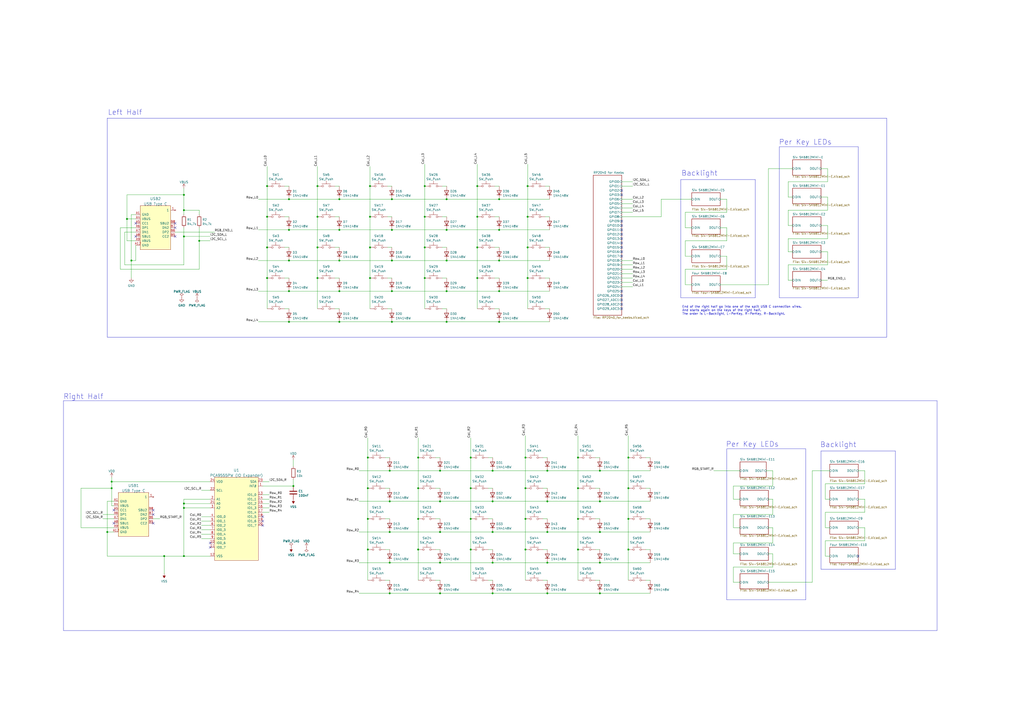
<source format=kicad_sch>
(kicad_sch (version 20230121) (generator eeschema)
  (paper "A2")
  (title_block (title "simplyKeeb-S60") (date "2022-12-18") (rev "2.0") (comment 1 "Designed by Gerrit 'Geaz' Gazic"))
  (junction (at 226.06 273.05))
  (junction (at 273.05 265.43))
  (junction (at 255.27 290.83))
  (junction (at 276.86 143.51))
  (junction (at 306.07 125.73))
  (junction (at 227.33 133.35))
  (junction (at 196.85 186.69))
  (junction (at 285.75 326.39))
  (junction (at 167.64 115.57))
  (junction (at 214.63 107.95))
  (junction (at 246.38 125.73))
  (junction (at 227.33 115.57))
  (junction (at 306.07 161.29))
  (junction (at 347.98 344.17))
  (junction (at 285.75 344.17))
  (junction (at 196.85 133.35))
  (junction (at 242.57 318.77))
  (junction (at 317.5 273.05))
  (junction (at 214.63 161.29))
  (junction (at 214.63 125.73))
  (junction (at 184.15 143.51))
  (junction (at 304.8 265.43))
  (junction (at 115.57 139.7))
  (junction (at 184.15 107.95))
  (junction (at 259.08 151.13))
  (junction (at 167.64 151.13))
  (junction (at 289.56 133.35))
  (junction (at 170.18 281.94))
  (junction (at 73.66 127))
  (junction (at 167.64 133.35))
  (junction (at 242.57 283.21))
  (junction (at 106.68 294.64))
  (junction (at 227.33 168.91))
  (junction (at 289.56 115.57))
  (junction (at 64.77 283.21))
  (junction (at 214.63 143.51))
  (junction (at 364.49 283.21))
  (junction (at 106.68 137.16))
  (junction (at 255.27 308.61))
  (junction (at 196.85 151.13))
  (junction (at 106.68 121.92))
  (junction (at 276.86 125.73))
  (junction (at 364.49 300.99))
  (junction (at 184.15 125.73))
  (junction (at 227.33 151.13))
  (junction (at 317.5 326.39))
  (junction (at 226.06 326.39))
  (junction (at 317.5 344.17))
  (junction (at 335.28 283.21))
  (junction (at 106.68 113.03))
  (junction (at 317.5 308.61))
  (junction (at 242.57 300.99))
  (junction (at 347.98 326.39))
  (junction (at 304.8 283.21))
  (junction (at 289.56 186.69))
  (junction (at 213.36 318.77))
  (junction (at 273.05 283.21))
  (junction (at 64.77 279.4))
  (junction (at 154.94 125.73))
  (junction (at 285.75 290.83))
  (junction (at 335.28 318.77))
  (junction (at 259.08 133.35))
  (junction (at 95.25 322.58))
  (junction (at 255.27 273.05))
  (junction (at 289.56 168.91))
  (junction (at 259.08 168.91))
  (junction (at 347.98 273.05))
  (junction (at 273.05 318.77))
  (junction (at 285.75 308.61))
  (junction (at 196.85 115.57))
  (junction (at 306.07 143.51))
  (junction (at 259.08 115.57))
  (junction (at 62.23 308.61))
  (junction (at 154.94 107.95))
  (junction (at 213.36 265.43))
  (junction (at 317.5 290.83))
  (junction (at 335.28 300.99))
  (junction (at 246.38 143.51))
  (junction (at 304.8 300.99))
  (junction (at 259.08 186.69))
  (junction (at 289.56 151.13))
  (junction (at 154.94 143.51))
  (junction (at 154.94 161.29))
  (junction (at 213.36 283.21))
  (junction (at 285.75 273.05))
  (junction (at 226.06 308.61))
  (junction (at 76.2 151.13))
  (junction (at 227.33 186.69))
  (junction (at 347.98 308.61))
  (junction (at 167.64 186.69))
  (junction (at 226.06 290.83))
  (junction (at 347.98 290.83))
  (junction (at 304.8 318.77))
  (junction (at 364.49 318.77))
  (junction (at 184.15 161.29))
  (junction (at 246.38 161.29))
  (junction (at 335.28 265.43))
  (junction (at 167.64 168.91))
  (junction (at 255.27 344.17))
  (junction (at 276.86 161.29))
  (junction (at 106.68 322.58))
  (junction (at 276.86 107.95))
  (junction (at 306.07 107.95))
  (junction (at 246.38 107.95))
  (junction (at 273.05 300.99))
  (junction (at 226.06 344.17))
  (junction (at 364.49 265.43))
  (junction (at 196.85 168.91))
  (junction (at 213.36 300.99))
  (junction (at 255.27 326.39))
  (junction (at 242.57 265.43))
  (junction (at 106.68 292.1))
  (no_connect (at 360.68 171.45))
  (no_connect (at 360.68 173.99))
  (no_connect (at 360.68 176.53))
  (no_connect (at 360.68 179.07))
  (no_connect (at 360.68 143.51))
  (no_connect (at 360.68 146.05))
  (no_connect (at 360.68 148.59))
  (no_connect (at 360.68 168.91))
  (no_connect (at 497.84 322.58))
  (no_connect (at 152.4 304.8))
  (no_connect (at 121.92 314.96))
  (no_connect (at 121.92 317.5))
  (no_connect (at 360.68 110.49))
  (no_connect (at 360.68 113.03))
  (no_connect (at 66.04 295.91))
  (no_connect (at 88.9 295.91))
  (no_connect (at 88.9 303.53))
  (no_connect (at 66.04 303.53))
  (no_connect (at 360.68 135.89))
  (no_connect (at 360.68 138.43))
  (no_connect (at 360.68 140.97))
  (no_connect (at 360.68 130.81))
  (no_connect (at 360.68 133.35))
  (no_connect (at 101.6 129.54))
  (no_connect (at 152.4 299.72))
  (no_connect (at 152.4 302.26))
  (no_connect (at 360.68 128.27))
  (no_connect (at 101.6 137.16))
  (no_connect (at 78.74 137.16))
  (no_connect (at 78.74 129.54))
  (no_connect (at 101.6 132.08))
  (no_connect (at 88.9 298.45))
  (wire (pts (xy 304.8 300.99) (xy 304.8 318.77)))
  (wire (pts (xy 69.85 132.08) (xy 69.85 156.21)))
  (wire (pts (xy 152.4 297.18) (xy 156.21 297.18)))
  (wire (pts (xy 59.69 298.45) (xy 66.04 298.45)))
  (wire (pts (xy 497.84 306.07) (xy 501.65 306.07)))
  (wire (pts (xy 242.57 283.21) (xy 242.57 300.99)))
  (polyline (pts (xy 543.56 365.76) (xy 36.83 365.76)))
  (wire (pts (xy 149.86 168.91) (xy 167.64 168.91)))
  (wire (pts (xy 165.1 161.29) (xy 167.64 161.29)))
  (wire (pts (xy 259.08 151.13) (xy 289.56 151.13)))
  (wire (pts (xy 213.36 300.99) (xy 213.36 318.77)))
  (wire (pts (xy 242.57 265.43) (xy 242.57 283.21)))
  (wire (pts (xy 417.83 165.1) (xy 445.77 165.1)))
  (wire (pts (xy 360.68 161.29) (xy 367.03 161.29)))
  (wire (pts (xy 226.06 326.39) (xy 255.27 326.39)))
  (wire (pts (xy 154.94 96.52) (xy 154.94 107.95)))
  (wire (pts (xy 224.79 161.29) (xy 227.33 161.29)))
  (wire (pts (xy 360.68 123.19) (xy 367.03 123.19)))
  (wire (pts (xy 289.56 133.35) (xy 318.77 133.35)))
  (wire (pts (xy 66.04 293.37) (xy 64.77 293.37)))
  (wire (pts (xy 226.06 290.83) (xy 255.27 290.83)))
  (polyline (pts (xy 543.56 365.76) (xy 543.56 232.41)))
  (wire (pts (xy 106.68 121.92) (xy 106.68 124.46)))
  (wire (pts (xy 106.68 113.03) (xy 106.68 121.92)))
  (wire (pts (xy 501.65 289.56) (xy 501.65 297.18)))
  (wire (pts (xy 457.2 146.05) (xy 459.74 146.05)))
  (wire (pts (xy 223.52 283.21) (xy 226.06 283.21)))
  (wire (pts (xy 335.28 252.73) (xy 335.28 265.43)))
  (wire (pts (xy 78.74 142.24) (xy 78.74 151.13)))
  (wire (pts (xy 106.68 137.16) (xy 121.92 137.16)))
  (wire (pts (xy 457.2 138.43) (xy 457.2 146.05)))
  (wire (pts (xy 421.64 132.08) (xy 421.64 139.7)))
  (wire (pts (xy 421.64 115.57) (xy 417.83 115.57)))
  (polyline (pts (xy 62.23 68.58) (xy 62.23 68.58)))
  (wire (pts (xy 46.99 283.21) (xy 64.77 283.21)))
  (wire (pts (xy 256.54 161.29) (xy 259.08 161.29)))
  (wire (pts (xy 194.31 107.95) (xy 196.85 107.95)))
  (wire (pts (xy 170.18 266.7) (xy 170.18 270.51)))
  (wire (pts (xy 196.85 115.57) (xy 227.33 115.57)))
  (polyline (pts (xy 36.83 365.76) (xy 36.83 364.49)))
  (polyline (pts (xy 476.25 261.62) (xy 519.43 261.62)))
  (wire (pts (xy 152.4 287.02) (xy 156.21 287.02)))
  (wire (pts (xy 208.28 308.61) (xy 226.06 308.61)))
  (wire (pts (xy 64.77 276.86) (xy 64.77 279.4)))
  (wire (pts (xy 421.64 139.7) (xy 397.51 139.7)))
  (wire (pts (xy 397.51 132.08) (xy 397.51 123.19)))
  (wire (pts (xy 64.77 279.4) (xy 121.92 279.4)))
  (wire (pts (xy 227.33 186.69) (xy 259.08 186.69)))
  (wire (pts (xy 285.75 308.61) (xy 317.5 308.61)))
  (wire (pts (xy 62.23 290.83) (xy 62.23 308.61)))
  (wire (pts (xy 501.65 297.18) (xy 478.79 297.18)))
  (wire (pts (xy 287.02 107.95) (xy 289.56 107.95)))
  (wire (pts (xy 287.02 143.51) (xy 289.56 143.51)))
  (wire (pts (xy 448.31 314.96) (xy 425.45 314.96)))
  (wire (pts (xy 259.08 186.69) (xy 289.56 186.69)))
  (wire (pts (xy 335.28 265.43) (xy 335.28 283.21)))
  (wire (pts (xy 425.45 321.31) (xy 429.26 321.31)))
  (wire (pts (xy 214.63 96.52) (xy 214.63 107.95)))
  (wire (pts (xy 425.45 306.07) (xy 429.26 306.07)))
  (wire (pts (xy 152.4 294.64) (xy 156.21 294.64)))
  (wire (pts (xy 149.86 186.69) (xy 167.64 186.69)))
  (wire (pts (xy 364.49 318.77) (xy 364.49 336.55)))
  (wire (pts (xy 227.33 168.91) (xy 259.08 168.91)))
  (polyline (pts (xy 62.23 195.58) (xy 514.35 195.58)))
  (wire (pts (xy 154.94 161.29) (xy 154.94 179.07)))
  (wire (pts (xy 152.4 289.56) (xy 156.21 289.56)))
  (wire (pts (xy 287.02 125.73) (xy 289.56 125.73)))
  (wire (pts (xy 383.54 115.57) (xy 401.32 115.57)))
  (wire (pts (xy 444.5 273.05) (xy 448.31 273.05)))
  (wire (pts (xy 480.06 114.3) (xy 480.06 121.92)))
  (wire (pts (xy 196.85 133.35) (xy 227.33 133.35)))
  (wire (pts (xy 252.73 283.21) (xy 255.27 283.21)))
  (wire (pts (xy 285.75 344.17) (xy 317.5 344.17)))
  (wire (pts (xy 259.08 115.57) (xy 289.56 115.57)))
  (wire (pts (xy 213.36 265.43) (xy 213.36 283.21)))
  (polyline (pts (xy 421.64 347.98) (xy 467.36 347.98)))
  (wire (pts (xy 345.44 300.99) (xy 347.98 300.99)))
  (wire (pts (xy 360.68 158.75) (xy 367.03 158.75)))
  (wire (pts (xy 106.68 292.1) (xy 121.92 292.1)))
  (wire (pts (xy 316.23 125.73) (xy 318.77 125.73)))
  (wire (pts (xy 214.63 125.73) (xy 214.63 143.51)))
  (polyline (pts (xy 476.25 330.2) (xy 519.43 330.2)))
  (wire (pts (xy 273.05 265.43) (xy 273.05 283.21)))
  (wire (pts (xy 360.68 125.73) (xy 383.54 125.73)))
  (wire (pts (xy 347.98 273.05) (xy 377.19 273.05)))
  (wire (pts (xy 304.8 265.43) (xy 304.8 283.21)))
  (wire (pts (xy 448.31 321.31) (xy 448.31 328.93)))
  (wire (pts (xy 64.77 283.21) (xy 64.77 293.37)))
  (wire (pts (xy 78.74 124.46) (xy 76.2 124.46)))
  (wire (pts (xy 223.52 300.99) (xy 226.06 300.99)))
  (wire (pts (xy 335.28 318.77) (xy 335.28 336.55)))
  (wire (pts (xy 425.45 289.56) (xy 429.26 289.56)))
  (wire (pts (xy 152.4 281.94) (xy 170.18 281.94)))
  (wire (pts (xy 478.79 280.67) (xy 478.79 289.56)))
  (wire (pts (xy 314.96 265.43) (xy 317.5 265.43)))
  (wire (pts (xy 289.56 151.13) (xy 318.77 151.13)))
  (polyline (pts (xy 543.56 232.41) (xy 36.83 232.41)))
  (wire (pts (xy 276.86 107.95) (xy 276.86 125.73)))
  (wire (pts (xy 317.5 290.83) (xy 347.98 290.83)))
  (wire (pts (xy 285.75 273.05) (xy 317.5 273.05)))
  (wire (pts (xy 347.98 326.39) (xy 377.19 326.39)))
  (wire (pts (xy 317.5 308.61) (xy 347.98 308.61)))
  (wire (pts (xy 214.63 143.51) (xy 214.63 161.29)))
  (wire (pts (xy 457.2 121.92) (xy 457.2 130.81)))
  (wire (pts (xy 421.64 123.19) (xy 421.64 115.57)))
  (wire (pts (xy 246.38 143.51) (xy 246.38 161.29)))
  (wire (pts (xy 116.84 307.34) (xy 121.92 307.34)))
  (wire (pts (xy 246.38 107.95) (xy 246.38 125.73)))
  (wire (pts (xy 184.15 96.52) (xy 184.15 107.95)))
  (wire (pts (xy 242.57 254) (xy 242.57 265.43)))
  (wire (pts (xy 501.65 313.69) (xy 478.79 313.69)))
  (wire (pts (xy 196.85 168.91) (xy 227.33 168.91)))
  (polyline (pts (xy 452.12 172.72) (xy 497.84 172.72)))
  (wire (pts (xy 397.51 123.19) (xy 421.64 123.19)))
  (wire (pts (xy 194.31 143.51) (xy 196.85 143.51)))
  (polyline (pts (xy 476.25 261.62) (xy 476.25 330.2)))
  (wire (pts (xy 255.27 308.61) (xy 285.75 308.61)))
  (wire (pts (xy 417.83 132.08) (xy 421.64 132.08)))
  (polyline (pts (xy 514.35 68.58) (xy 62.23 68.58)))
  (wire (pts (xy 347.98 344.17) (xy 377.19 344.17)))
  (wire (pts (xy 115.57 124.46) (xy 115.57 121.92)))
  (polyline (pts (xy 62.23 68.58) (xy 62.23 195.58)))
  (wire (pts (xy 497.84 273.05) (xy 501.65 273.05)))
  (wire (pts (xy 360.68 166.37) (xy 367.03 166.37)))
  (wire (pts (xy 213.36 318.77) (xy 213.36 336.55)))
  (wire (pts (xy 347.98 308.61) (xy 377.19 308.61)))
  (wire (pts (xy 154.94 107.95) (xy 154.94 125.73)))
  (wire (pts (xy 285.75 290.83) (xy 317.5 290.83)))
  (wire (pts (xy 95.25 322.58) (xy 95.25 332.74)))
  (wire (pts (xy 273.05 283.21) (xy 273.05 300.99)))
  (wire (pts (xy 115.57 132.08) (xy 115.57 139.7)))
  (wire (pts (xy 414.02 273.05) (xy 429.26 273.05)))
  (wire (pts (xy 478.79 313.69) (xy 478.79 322.58)))
  (wire (pts (xy 224.79 179.07) (xy 227.33 179.07)))
  (wire (pts (xy 360.68 115.57) (xy 367.03 115.57)))
  (wire (pts (xy 480.06 138.43) (xy 457.2 138.43)))
  (wire (pts (xy 314.96 336.55) (xy 317.5 336.55)))
  (wire (pts (xy 360.68 118.11) (xy 367.03 118.11)))
  (wire (pts (xy 223.52 265.43) (xy 226.06 265.43)))
  (wire (pts (xy 227.33 115.57) (xy 259.08 115.57)))
  (wire (pts (xy 316.23 161.29) (xy 318.77 161.29)))
  (wire (pts (xy 347.98 290.83) (xy 377.19 290.83)))
  (wire (pts (xy 360.68 163.83) (xy 367.03 163.83)))
  (wire (pts (xy 306.07 125.73) (xy 306.07 143.51)))
  (wire (pts (xy 255.27 326.39) (xy 285.75 326.39)))
  (wire (pts (xy 478.79 322.58) (xy 481.33 322.58)))
  (wire (pts (xy 255.27 290.83) (xy 285.75 290.83)))
  (wire (pts (xy 167.64 151.13) (xy 196.85 151.13)))
  (wire (pts (xy 445.77 165.1) (xy 445.77 97.79)))
  (wire (pts (xy 478.79 289.56) (xy 481.33 289.56)))
  (wire (pts (xy 304.8 283.21) (xy 304.8 300.99)))
  (wire (pts (xy 115.57 139.7) (xy 121.92 139.7)))
  (wire (pts (xy 213.36 254) (xy 213.36 265.43)))
  (wire (pts (xy 457.2 153.67) (xy 457.2 162.56)))
  (wire (pts (xy 106.68 294.64) (xy 121.92 294.64)))
  (wire (pts (xy 62.23 322.58) (xy 95.25 322.58)))
  (wire (pts (xy 149.86 115.57) (xy 167.64 115.57)))
  (wire (pts (xy 457.2 162.56) (xy 459.74 162.56)))
  (wire (pts (xy 252.73 318.77) (xy 255.27 318.77)))
  (wire (pts (xy 115.57 139.7) (xy 115.57 156.21)))
  (wire (pts (xy 480.06 105.41) (xy 457.2 105.41)))
  (wire (pts (xy 184.15 107.95) (xy 184.15 125.73)))
  (wire (pts (xy 78.74 127) (xy 73.66 127)))
  (wire (pts (xy 480.06 121.92) (xy 457.2 121.92)))
  (wire (pts (xy 448.31 281.94) (xy 425.45 281.94)))
  (wire (pts (xy 184.15 143.51) (xy 184.15 161.29)))
  (wire (pts (xy 374.65 336.55) (xy 377.19 336.55)))
  (wire (pts (xy 345.44 336.55) (xy 347.98 336.55)))
  (wire (pts (xy 149.86 133.35) (xy 167.64 133.35)))
  (wire (pts (xy 116.84 299.72) (xy 121.92 299.72)))
  (wire (pts (xy 397.51 139.7) (xy 397.51 148.59)))
  (wire (pts (xy 425.45 298.45) (xy 425.45 306.07)))
  (wire (pts (xy 214.63 107.95) (xy 214.63 125.73)))
  (polyline (pts (xy 394.97 104.14) (xy 438.15 104.14)))
  (wire (pts (xy 116.84 284.48) (xy 121.92 284.48)))
  (wire (pts (xy 255.27 344.17) (xy 285.75 344.17)))
  (wire (pts (xy 306.07 107.95) (xy 306.07 125.73)))
  (wire (pts (xy 184.15 161.29) (xy 184.15 179.07)))
  (wire (pts (xy 167.64 186.69) (xy 196.85 186.69)))
  (wire (pts (xy 287.02 179.07) (xy 289.56 179.07)))
  (polyline (pts (xy 452.12 85.09) (xy 452.12 172.72)))
  (wire (pts (xy 360.68 120.65) (xy 367.03 120.65)))
  (wire (pts (xy 78.74 139.7) (xy 73.66 139.7)))
  (polyline (pts (xy 438.15 172.72) (xy 438.15 104.14)))
  (wire (pts (xy 448.31 328.93) (xy 425.45 328.93)))
  (wire (pts (xy 167.64 115.57) (xy 196.85 115.57)))
  (wire (pts (xy 64.77 279.4) (xy 64.77 283.21)))
  (wire (pts (xy 223.52 336.55) (xy 226.06 336.55)))
  (wire (pts (xy 273.05 318.77) (xy 273.05 336.55)))
  (wire (pts (xy 256.54 179.07) (xy 259.08 179.07)))
  (wire (pts (xy 317.5 326.39) (xy 347.98 326.39)))
  (wire (pts (xy 227.33 151.13) (xy 259.08 151.13)))
  (wire (pts (xy 116.84 312.42) (xy 121.92 312.42)))
  (wire (pts (xy 165.1 143.51) (xy 167.64 143.51)))
  (wire (pts (xy 73.66 113.03) (xy 106.68 113.03)))
  (wire (pts (xy 255.27 273.05) (xy 285.75 273.05)))
  (wire (pts (xy 448.31 289.56) (xy 448.31 298.45)))
  (wire (pts (xy 345.44 265.43) (xy 347.98 265.43)))
  (wire (pts (xy 165.1 179.07) (xy 167.64 179.07)))
  (wire (pts (xy 246.38 95.25) (xy 246.38 107.95)))
  (wire (pts (xy 116.84 304.8) (xy 121.92 304.8)))
  (wire (pts (xy 73.66 139.7) (xy 73.66 127)))
  (wire (pts (xy 224.79 125.73) (xy 227.33 125.73)))
  (wire (pts (xy 448.31 298.45) (xy 425.45 298.45)))
  (wire (pts (xy 285.75 326.39) (xy 317.5 326.39)))
  (wire (pts (xy 196.85 186.69) (xy 227.33 186.69)))
  (wire (pts (xy 76.2 124.46) (xy 76.2 151.13)))
  (wire (pts (xy 445.77 97.79) (xy 459.74 97.79)))
  (wire (pts (xy 72.39 134.62) (xy 78.74 134.62)))
  (wire (pts (xy 306.07 161.29) (xy 306.07 179.07)))
  (wire (pts (xy 152.4 279.4) (xy 156.21 279.4)))
  (wire (pts (xy 289.56 186.69) (xy 318.77 186.69)))
  (wire (pts (xy 106.68 137.16) (xy 106.68 132.08)))
  (wire (pts (xy 476.25 114.3) (xy 480.06 114.3)))
  (wire (pts (xy 224.79 107.95) (xy 227.33 107.95)))
  (wire (pts (xy 417.83 148.59) (xy 421.64 148.59)))
  (wire (pts (xy 208.28 273.05) (xy 226.06 273.05)))
  (wire (pts (xy 208.28 344.17) (xy 226.06 344.17)))
  (wire (pts (xy 397.51 148.59) (xy 401.32 148.59)))
  (wire (pts (xy 167.64 168.91) (xy 196.85 168.91)))
  (wire (pts (xy 345.44 283.21) (xy 347.98 283.21)))
  (wire (pts (xy 457.2 105.41) (xy 457.2 114.3)))
  (wire (pts (xy 445.77 337.82) (xy 471.17 337.82)))
  (wire (pts (xy 149.86 151.13) (xy 167.64 151.13)))
  (wire (pts (xy 314.96 283.21) (xy 317.5 283.21)))
  (polyline (pts (xy 421.64 260.35) (xy 467.36 260.35)))
  (wire (pts (xy 88.9 300.99) (xy 92.71 300.99)))
  (wire (pts (xy 304.8 318.77) (xy 304.8 336.55)))
  (wire (pts (xy 374.65 300.99) (xy 377.19 300.99)))
  (wire (pts (xy 478.79 306.07) (xy 481.33 306.07)))
  (wire (pts (xy 397.51 165.1) (xy 401.32 165.1)))
  (wire (pts (xy 374.65 265.43) (xy 377.19 265.43)))
  (wire (pts (xy 317.5 344.17) (xy 347.98 344.17)))
  (wire (pts (xy 476.25 146.05) (xy 480.06 146.05)))
  (wire (pts (xy 101.6 134.62) (xy 124.46 134.62)))
  (wire (pts (xy 304.8 252.73) (xy 304.8 265.43)))
  (wire (pts (xy 283.21 283.21) (xy 285.75 283.21)))
  (wire (pts (xy 360.68 151.13) (xy 367.03 151.13)))
  (wire (pts (xy 364.49 300.99) (xy 364.49 318.77)))
  (wire (pts (xy 445.77 289.56) (xy 448.31 289.56)))
  (wire (pts (xy 501.65 273.05) (xy 501.65 280.67)))
  (wire (pts (xy 256.54 125.73) (xy 259.08 125.73)))
  (wire (pts (xy 252.73 265.43) (xy 255.27 265.43)))
  (wire (pts (xy 256.54 143.51) (xy 259.08 143.51)))
  (wire (pts (xy 226.06 308.61) (xy 255.27 308.61)))
  (wire (pts (xy 106.68 121.92) (xy 115.57 121.92)))
  (polyline (pts (xy 467.36 347.98) (xy 467.36 260.35)))
  (wire (pts (xy 480.06 97.79) (xy 480.06 105.41)))
  (wire (pts (xy 283.21 265.43) (xy 285.75 265.43)))
  (wire (pts (xy 501.65 306.07) (xy 501.65 313.69)))
  (wire (pts (xy 226.06 273.05) (xy 255.27 273.05)))
  (wire (pts (xy 69.85 156.21) (xy 115.57 156.21)))
  (wire (pts (xy 165.1 107.95) (xy 167.64 107.95)))
  (wire (pts (xy 246.38 161.29) (xy 246.38 179.07)))
  (wire (pts (xy 289.56 168.91) (xy 318.77 168.91)))
  (wire (pts (xy 184.15 125.73) (xy 184.15 143.51)))
  (wire (pts (xy 316.23 107.95) (xy 318.77 107.95)))
  (wire (pts (xy 421.64 156.21) (xy 397.51 156.21)))
  (wire (pts (xy 170.18 278.13) (xy 170.18 281.94)))
  (wire (pts (xy 273.05 300.99) (xy 273.05 318.77)))
  (wire (pts (xy 154.94 125.73) (xy 154.94 143.51)))
  (wire (pts (xy 252.73 336.55) (xy 255.27 336.55)))
  (wire (pts (xy 76.2 151.13) (xy 76.2 161.29)))
  (wire (pts (xy 314.96 318.77) (xy 317.5 318.77)))
  (wire (pts (xy 383.54 125.73) (xy 383.54 115.57)))
  (wire (pts (xy 116.84 302.26) (xy 121.92 302.26)))
  (wire (pts (xy 76.2 151.13) (xy 78.74 151.13)))
  (polyline (pts (xy 394.97 172.72) (xy 438.15 172.72)))
  (wire (pts (xy 306.07 143.51) (xy 306.07 161.29)))
  (wire (pts (xy 314.96 300.99) (xy 317.5 300.99)))
  (polyline (pts (xy 497.84 172.72) (xy 497.84 85.09)))
  (wire (pts (xy 106.68 109.22) (xy 106.68 113.03)))
  (wire (pts (xy 165.1 125.73) (xy 167.64 125.73)))
  (wire (pts (xy 283.21 318.77) (xy 285.75 318.77)))
  (wire (pts (xy 425.45 328.93) (xy 425.45 337.82)))
  (wire (pts (xy 196.85 151.13) (xy 227.33 151.13)))
  (wire (pts (xy 306.07 95.25) (xy 306.07 107.95)))
  (polyline (pts (xy 452.12 85.09) (xy 497.84 85.09)))
  (wire (pts (xy 374.65 318.77) (xy 377.19 318.77)))
  (wire (pts (xy 224.79 143.51) (xy 227.33 143.51)))
  (wire (pts (xy 317.5 273.05) (xy 347.98 273.05)))
  (wire (pts (xy 259.08 168.91) (xy 289.56 168.91)))
  (wire (pts (xy 246.38 125.73) (xy 246.38 143.51)))
  (wire (pts (xy 480.06 153.67) (xy 457.2 153.67)))
  (wire (pts (xy 497.84 289.56) (xy 501.65 289.56)))
  (wire (pts (xy 360.68 156.21) (xy 367.03 156.21)))
  (wire (pts (xy 227.33 133.35) (xy 259.08 133.35)))
  (wire (pts (xy 208.28 290.83) (xy 226.06 290.83)))
  (polyline (pts (xy 394.97 104.14) (xy 394.97 172.72)))
  (wire (pts (xy 152.4 292.1) (xy 156.21 292.1)))
  (wire (pts (xy 62.23 308.61) (xy 62.23 322.58)))
  (wire (pts (xy 480.06 146.05) (xy 480.06 153.67)))
  (wire (pts (xy 46.99 306.07) (xy 66.04 306.07)))
  (wire (pts (xy 276.86 95.25) (xy 276.86 107.95)))
  (wire (pts (xy 471.17 273.05) (xy 481.33 273.05)))
  (wire (pts (xy 345.44 318.77) (xy 347.98 318.77)))
  (wire (pts (xy 213.36 283.21) (xy 213.36 300.99)))
  (wire (pts (xy 226.06 344.17) (xy 255.27 344.17)))
  (wire (pts (xy 276.86 125.73) (xy 276.86 143.51)))
  (wire (pts (xy 360.68 153.67) (xy 367.03 153.67)))
  (wire (pts (xy 276.86 161.29) (xy 276.86 179.07)))
  (wire (pts (xy 360.68 105.41) (xy 367.03 105.41)))
  (polyline (pts (xy 421.64 260.35) (xy 421.64 347.98)))
  (wire (pts (xy 62.23 308.61) (xy 66.04 308.61)))
  (wire (pts (xy 72.39 134.62) (xy 72.39 153.67)))
  (wire (pts (xy 73.66 127) (xy 73.66 113.03)))
  (wire (pts (xy 374.65 283.21) (xy 377.19 283.21)))
  (wire (pts (xy 448.31 306.07) (xy 448.31 314.96)))
  (wire (pts (xy 476.25 97.79) (xy 480.06 97.79)))
  (wire (pts (xy 425.45 314.96) (xy 425.45 321.31)))
  (wire (pts (xy 335.28 300.99) (xy 335.28 318.77)))
  (wire (pts (xy 95.25 322.58) (xy 106.68 322.58)))
  (wire (pts (xy 445.77 306.07) (xy 448.31 306.07)))
  (wire (pts (xy 242.57 318.77) (xy 242.57 336.55)))
  (wire (pts (xy 69.85 132.08) (xy 78.74 132.08)))
  (wire (pts (xy 397.51 156.21) (xy 397.51 165.1)))
  (wire (pts (xy 106.68 153.67) (xy 106.68 137.16)))
  (wire (pts (xy 116.84 309.88) (xy 121.92 309.88)))
  (wire (pts (xy 316.23 179.07) (xy 318.77 179.07)))
  (wire (pts (xy 476.25 162.56) (xy 480.06 162.56)))
  (wire (pts (xy 425.45 281.94) (xy 425.45 289.56)))
  (wire (pts (xy 480.06 130.81) (xy 480.06 138.43)))
  (wire (pts (xy 252.73 300.99) (xy 255.27 300.99)))
  (wire (pts (xy 445.77 321.31) (xy 448.31 321.31)))
  (wire (pts (xy 194.31 161.29) (xy 196.85 161.29)))
  (wire (pts (xy 425.45 337.82) (xy 429.26 337.82)))
  (polyline (pts (xy 276.86 298.45) (xy 278.13 298.45)))
  (wire (pts (xy 106.68 322.58) (xy 121.92 322.58)))
  (wire (pts (xy 401.32 132.08) (xy 397.51 132.08)))
  (wire (pts (xy 289.56 115.57) (xy 318.77 115.57)))
  (wire (pts (xy 167.64 133.35) (xy 196.85 133.35)))
  (wire (pts (xy 242.57 300.99) (xy 242.57 318.77)))
  (wire (pts (xy 259.08 133.35) (xy 289.56 133.35)))
  (polyline (pts (xy 519.43 330.2) (xy 519.43 261.62)))
  (wire (pts (xy 223.52 318.77) (xy 226.06 318.77)))
  (wire (pts (xy 154.94 143.51) (xy 154.94 161.29)))
  (wire (pts (xy 208.28 326.39) (xy 226.06 326.39)))
  (wire (pts (xy 194.31 125.73) (xy 196.85 125.73)))
  (wire (pts (xy 457.2 130.81) (xy 459.74 130.81)))
  (wire (pts (xy 471.17 337.82) (xy 471.17 273.05)))
  (wire (pts (xy 501.65 280.67) (xy 478.79 280.67)))
  (wire (pts (xy 364.49 265.43) (xy 364.49 283.21)))
  (wire (pts (xy 256.54 107.95) (xy 259.08 107.95)))
  (wire (pts (xy 283.21 336.55) (xy 285.75 336.55)))
  (wire (pts (xy 478.79 297.18) (xy 478.79 306.07)))
  (wire (pts (xy 316.23 143.51) (xy 318.77 143.51)))
  (wire (pts (xy 276.86 143.51) (xy 276.86 161.29)))
  (wire (pts (xy 106.68 292.1) (xy 106.68 294.64)))
  (wire (pts (xy 364.49 252.73) (xy 364.49 265.43)))
  (wire (pts (xy 364.49 283.21) (xy 364.49 300.99)))
  (wire (pts (xy 46.99 283.21) (xy 46.99 306.07)))
  (wire (pts (xy 72.39 153.67) (xy 106.68 153.67)))
  (polyline (pts (xy 36.83 232.41) (xy 36.83 364.49)))
  (wire (pts (xy 66.04 290.83) (xy 62.23 290.83)))
  (wire (pts (xy 214.63 161.29) (xy 214.63 179.07)))
  (wire (pts (xy 59.69 300.99) (xy 66.04 300.99)))
  (wire (pts (xy 335.28 283.21) (xy 335.28 300.99)))
  (wire (pts (xy 194.31 179.07) (xy 196.85 179.07)))
  (wire (pts (xy 448.31 273.05) (xy 448.31 281.94)))
  (polyline (pts (xy 514.35 195.58) (xy 514.35 68.58)))
  (wire (pts (xy 106.68 289.56) (xy 106.68 292.1)))
  (wire (pts (xy 476.25 130.81) (xy 480.06 130.81)))
  (wire (pts (xy 421.64 148.59) (xy 421.64 156.21)))
  (wire (pts (xy 273.05 254) (xy 273.05 265.43)))
  (wire (pts (xy 121.92 289.56) (xy 106.68 289.56)))
  (wire (pts (xy 360.68 107.95) (xy 367.03 107.95)))
  (wire (pts (xy 287.02 161.29) (xy 289.56 161.29)))
  (wire (pts (xy 106.68 294.64) (xy 106.68 322.58)))
  (wire (pts (xy 283.21 300.99) (xy 285.75 300.99)))
  (wire (pts (xy 457.2 114.3) (xy 459.74 114.3)))
  (text "Per Key LEDs" (at 451.866 84.328 0) (effects (font (size 3 3)) (justify left bottom)))
  (text "End of the right half go into one of the split USB C connection wires.\nAnd starts again on the keys of the right half.\nThe order is L-Backlight, L-PerKey, R-PerKey, R-Backlight." (at 395.732 182.88 0) (effects (font (size 1.27 1.27)) (justify left bottom)))
  (text "Per Key LEDs" (at 421.132 259.588 0) (effects (font (size 3 3)) (justify left bottom)))
  (text "Right Half" (at 36.83 231.902 0) (effects (font (size 3 3)) (justify left bottom)))
  (text "Backlight" (at 395.224 102.362 0) (effects (font (size 3 3)) (justify left bottom)))
  (text "Backlight" (at 475.742 259.842 0) (effects (font (size 3 3)) (justify left bottom)))
  (text "Left Half" (at 62.484 67.056 0) (effects (font (size 3 3)) (justify left bottom)))
  (label "Row_L0" (at 149.86 115.57 180))
  (label "Col_R3" (at 116.84 307.34 180))
  (label "I2C_SCL_L" (at 121.92 139.7 0))
  (label "Col_R2" (at 116.84 304.8 180))
  (label "Row_L1" (at 367.03 153.67 0))
  (label "Row_R1" (at 156.21 289.56 0))
  (label "Col_R5" (at 364.49 252.73 90))
  (label "Row_L0" (at 367.03 151.13 0))
  (label "I2C_SDA_R" (at 156.21 279.4 0))
  (label "Col_R2" (at 273.05 254 90))
  (label "Col_R1" (at 242.57 254 90))
  (label "I2C_SDA_R" (at 59.69 300.99 180))
  (label "Row_L3" (at 149.86 168.91 180))
  (label "Row_R2" (at 208.28 308.61 180))
  (label "Row_R0" (at 208.28 273.05 180))
  (label "Row_L2" (at 367.03 156.21 0))
  (label "RGB_START_R" (at 92.71 300.99 0))
  (label "Col_R4" (at 335.28 252.73 90))
  (label "Row_R1" (at 208.28 290.83 180))
  (label "Col_R4" (at 116.84 309.88 180))
  (label "Col_L1" (at 367.03 166.37 0))
  (label "Col_L4" (at 367.03 120.65 0))
  (label "Col_R0" (at 116.84 299.72 180))
  (label "Row_R3" (at 208.28 326.39 180))
  (label "Row_R4" (at 156.21 297.18 0))
  (label "Row_L4" (at 367.03 161.29 0))
  (label "Col_R3" (at 304.8 252.73 90))
  (label "Row_R2" (at 156.21 292.1 0))
  (label "Row_L2" (at 149.86 151.13 180))
  (label "I2C_SCL_R" (at 116.84 284.48 180))
  (label "I2C_SDA_L" (at 367.03 105.41 0))
  (label "Col_L2" (at 367.03 115.57 0))
  (label "Col_L0" (at 367.03 163.83 0))
  (label "Row_R3" (at 156.21 294.64 0))
  (label "RGB_END_L" (at 480.06 162.56 0))
  (label "RGB_START_R" (at 414.02 273.05 180))
  (label "Row_R0" (at 156.21 287.02 0))
  (label "Col_L5" (at 367.03 123.19 0))
  (label "Col_L0" (at 154.94 96.52 90))
  (label "Col_L4" (at 276.86 95.25 90))
  (label "I2C_SCL_L" (at 367.03 107.95 0))
  (label "Row_L3" (at 367.03 158.75 0))
  (label "I2C_SDA_L" (at 121.92 137.16 0))
  (label "Col_R0" (at 213.36 254 90))
  (label "Row_R4" (at 208.28 344.17 180))
  (label "I2C_SCL_R" (at 59.69 298.45 180))
  (label "Col_L3" (at 246.38 95.25 90))
  (label "Col_L3" (at 367.03 118.11 0))
  (label "Row_L4" (at 149.86 186.69 180))
  (label "Col_R5" (at 116.84 312.42 180))
  (label "Row_L1" (at 149.86 133.35 180))
  (label "Col_L2" (at 214.63 96.52 90))
  (label "RGB_END_L" (at 124.46 134.62 0))
  (label "Col_L5" (at 306.07 95.25 90))
  (label "Col_R1" (at 116.84 302.26 180))
  (label "Col_L1" (at 184.15 96.52 90))
  (symbol (lib_id "Switch:SW_Push") (at 281.94 125.73 0) (unit 1)
    (property "Reference" "SW37" (at 281.94 119.1092 0))
    (property "Value" "SW_Push" (at 281.94 121.6461 0))
    (property "Footprint" "simplyKeeb:MXOnly-1U-Hotswap" (effects hide))
  )
  (symbol (lib_id "Switch:SW_Push") (at 219.71 179.07 0) (unit 1)
    (property "Reference" "SW20" (at 219.71 172.4492 0))
    (property "Value" "SW_Push" (at 219.71 174.9861 0))
    (property "Footprint" "simplyKeeb:MXOnly-1U-Hotswap" (effects hide))
  )
  (symbol (lib_id "Diode:1N4148W") (at 227.33 129.54 90) (unit 1)
    (property "Reference" "D17" (at 229.362 128.7053 90) (effects (justify right)))
    (property "Value" "1N4148W" (at 229.362 131.2422 90) (effects (justify right)))
    (property "Footprint" "Diode_SMD:D_SOD-123" (effects hide))
    (property "Datasheet" "https://www.vishay.com/docs/85748/1n4148w.pdf" (effects hide))
  )
  (symbol (lib_id "Switch:SW_Push") (at 309.88 283.21 0) (unit 1)
    (property "Reference" "SW42" (at 309.88 276.5892 0))
    (property "Value" "SW_Push" (at 309.88 279.1261 0))
    (property "Footprint" "simplyKeeb:MXOnly-1U-Hotswap" (effects hide))
  )
  (symbol (lib_id "Diode:1N4148W") (at 226.06 322.58 90) (unit 1)
    (property "Reference" "D14" (at 228.092 321.7453 90) (effects (justify right)))
    (property "Value" "1N4148W" (at 228.092 324.2822 90) (effects (justify right)))
    (property "Footprint" "Diode_SMD:D_SOD-123" (effects hide))
    (property "Datasheet" "https://www.vishay.com/docs/85748/1n4148w.pdf" (effects hide))
  )
  (symbol (lib_id "Diode:1N4148W") (at 227.33 111.76 90) (unit 1)
    (property "Reference" "D16" (at 229.362 110.9253 90) (effects (justify right)))
    (property "Value" "1N4148W" (at 229.362 113.4622 90) (effects (justify right)))
    (property "Footprint" "Diode_SMD:D_SOD-123" (effects hide))
    (property "Datasheet" "https://www.vishay.com/docs/85748/1n4148w.pdf" (effects hide))
  )
  (symbol (lib_id "Diode:1N4148W") (at 226.06 340.36 90) (unit 1)
    (property "Reference" "D15" (at 228.092 339.5253 90) (effects (justify right)))
    (property "Value" "1N4148W" (at 228.092 342.0622 90) (effects (justify right)))
    (property "Footprint" "Diode_SMD:D_SOD-123" (effects hide))
    (property "Datasheet" "https://www.vishay.com/docs/85748/1n4148w.pdf" (effects hide))
  )
  (symbol (lib_id "Diode:1N4148W") (at 227.33 147.32 90) (unit 1)
    (property "Reference" "D18" (at 229.362 146.4853 90) (effects (justify right)))
    (property "Value" "1N4148W" (at 229.362 149.0222 90) (effects (justify right)))
    (property "Footprint" "Diode_SMD:D_SOD-123" (effects hide))
    (property "Datasheet" "https://www.vishay.com/docs/85748/1n4148w.pdf" (effects hide))
  )
  (symbol (lib_id "Switch:SW_Push") (at 189.23 107.95 0) (unit 1)
    (property "Reference" "SW6" (at 189.23 101.3292 0))
    (property "Value" "SW_Push" (at 189.23 103.8661 0))
    (property "Footprint" "simplyKeeb:MXOnly-1U-Hotswap" (effects hide))
  )
  (symbol (lib_id "Switch:SW_Push") (at 189.23 125.73 0) (unit 1)
    (property "Reference" "SW7" (at 189.23 119.1092 0))
    (property "Value" "SW_Push" (at 189.23 121.6461 0))
    (property "Footprint" "simplyKeeb:MXOnly-1U-Hotswap" (effects hide))
  )
  (symbol (lib_id "Diode:1N4148W") (at 289.56 129.54 90) (unit 1)
    (property "Reference" "D37" (at 291.592 128.7053 90) (effects (justify right)))
    (property "Value" "1N4148W" (at 291.592 131.2422 90) (effects (justify right)))
    (property "Footprint" "Diode_SMD:D_SOD-123" (effects hide))
    (property "Datasheet" "https://www.vishay.com/docs/85748/1n4148w.pdf" (effects hide))
  )
  (symbol (lib_id "power:GND") (at 76.2 161.29 0) (unit 1)
    (property "Reference" "#PWR02" (effects hide))
    (property "Value" "GND" (at 76.2 165.7334 0))
  )
  (symbol (lib_id "Diode:1N4148W") (at 227.33 165.1 90) (unit 1)
    (property "Reference" "D19" (at 229.362 164.2653 90) (effects (justify right)))
    (property "Value" "1N4148W" (at 229.362 166.8022 90) (effects (justify right)))
    (property "Footprint" "Diode_SMD:D_SOD-123" (effects hide))
    (property "Datasheet" "https://www.vishay.com/docs/85748/1n4148w.pdf" (effects hide))
  )
  (symbol (lib_id "Switch:SW_Push") (at 278.13 336.55 0) (unit 1)
    (property "Reference" "SW35" (at 278.13 329.9292 0))
    (property "Value" "SW_Push" (at 278.13 332.4661 0))
    (property "Footprint" "simplyKeeb:MXOnly-1U-Hotswap" (effects hide))
  )
  (symbol (lib_id "Diode:1N4148W") (at 227.33 182.88 90) (unit 1)
    (property "Reference" "D20" (at 229.362 182.0453 90) (effects (justify right)))
    (property "Value" "1N4148W" (at 229.362 184.5822 90) (effects (justify right)))
    (property "Footprint" "Diode_SMD:D_SOD-123" (effects hide))
    (property "Datasheet" "https://www.vishay.com/docs/85748/1n4148w.pdf" (effects hide))
  )
  (symbol (lib_id "Switch:SW_Push") (at 247.65 283.21 0) (unit 1)
    (property "Reference" "SW22" (at 247.65 276.5892 0))
    (property "Value" "SW_Push" (at 247.65 279.1261 0))
    (property "Footprint" "simplyKeeb:MXOnly-1U-Hotswap" (effects hide))
  )
  (symbol (lib_id "Diode:1N4148W") (at 226.06 287.02 90) (unit 1)
    (property "Reference" "D12" (at 228.092 286.1853 90) (effects (justify right)))
    (property "Value" "1N4148W" (at 228.092 288.7222 90) (effects (justify right)))
    (property "Footprint" "Diode_SMD:D_SOD-123" (effects hide))
    (property "Datasheet" "https://www.vishay.com/docs/85748/1n4148w.pdf" (effects hide))
  )
  (symbol (lib_id "Diode:1N4148W") (at 167.64 111.76 90) (unit 1)
    (property "Reference" "D1" (at 169.672 110.9253 90) (effects (justify right)))
    (property "Value" "1N4148W" (at 169.672 113.4622 90) (effects (justify right)))
    (property "Footprint" "Diode_SMD:D_SOD-123" (effects hide))
    (property "Datasheet" "https://www.vishay.com/docs/85748/1n4148w.pdf" (effects hide))
  )
  (symbol (lib_id "Switch:SW_Push") (at 247.65 265.43 0) (unit 1)
    (property "Reference" "SW21" (at 247.65 258.8092 0))
    (property "Value" "SW_Push" (at 247.65 261.3461 0))
    (property "Footprint" "simplyKeeb:MXOnly-1U-Hotswap" (effects hide))
  )
  (symbol (lib_id "Diode:1N4148W") (at 196.85 182.88 90) (unit 1)
    (property "Reference" "D10" (at 198.882 182.0453 90) (effects (justify right)))
    (property "Value" "1N4148W" (at 198.882 184.5822 90) (effects (justify right)))
    (property "Footprint" "Diode_SMD:D_SOD-123" (effects hide))
    (property "Datasheet" "https://www.vishay.com/docs/85748/1n4148w.pdf" (effects hide))
  )
  (symbol (lib_id "Diode:1N4148W") (at 318.77 182.88 90) (unit 1)
    (property "Reference" "D50" (at 320.802 182.0453 90) (effects (justify right)))
    (property "Value" "1N4148W" (at 320.802 184.5822 90) (effects (justify right)))
    (property "Footprint" "Diode_SMD:D_SOD-123" (effects hide))
    (property "Datasheet" "https://www.vishay.com/docs/85748/1n4148w.pdf" (effects hide))
  )
  (symbol (lib_id "Switch:SW_Push") (at 340.36 336.55 0) (unit 1)
    (property "Reference" "SW55" (at 340.36 329.9292 0))
    (property "Value" "SW_Push" (at 340.36 332.4661 0))
    (property "Footprint" "simplyKeeb:MXOnly-1U-Hotswap" (effects hide))
  )
  (symbol (lib_id "Device:C") (at 170.18 285.75 0) (unit 1)
    (property "Reference" "C1" (at 173.101 284.9153 0) (effects (justify left)))
    (property "Value" "100nF" (at 173.101 287.4522 0) (effects (justify left)))
    (property "Footprint" "Capacitor_SMD:C_0402_1005Metric" (effects hide))
  )
  (symbol (lib_id "Diode:1N4148W") (at 377.19 304.8 90) (unit 1)
    (property "Reference" "D58" (at 379.222 303.9653 90) (effects (justify right)))
    (property "Value" "1N4148W" (at 379.222 306.5022 90) (effects (justify right)))
    (property "Footprint" "Diode_SMD:D_SOD-123" (effects hide))
    (property "Datasheet" "https://www.vishay.com/docs/85748/1n4148w.pdf" (effects hide))
  )
  (symbol (lib_id "Diode:1N4148W") (at 317.5 287.02 90) (unit 1)
    (property "Reference" "D42" (at 319.532 286.1853 90) (effects (justify right)))
    (property "Value" "1N4148W" (at 319.532 288.7222 90) (effects (justify right)))
    (property "Footprint" "Diode_SMD:D_SOD-123" (effects hide))
    (property "Datasheet" "https://www.vishay.com/docs/85748/1n4148w.pdf" (effects hide))
  )
  (symbol (lib_id "Switch:SW_Push") (at 369.57 283.21 0) (unit 1)
    (property "Reference" "SW57" (at 369.57 276.5892 0))
    (property "Value" "SW_Push" (at 369.57 279.1261 0))
    (property "Footprint" "simplyKeeb:MXOnly-1U-Hotswap" (effects hide))
  )
  (symbol (lib_id "Switch:SW_Push") (at 309.88 318.77 0) (unit 1)
    (property "Reference" "SW44" (at 309.88 312.1492 0))
    (property "Value" "SW_Push" (at 309.88 314.6861 0))
    (property "Footprint" "simplyKeeb:MXOnly-1U-Hotswap" (effects hide))
  )
  (symbol (lib_id "Switch:SW_Push") (at 311.15 179.07 0) (unit 1)
    (property "Reference" "SW50" (at 311.15 172.4492 0))
    (property "Value" "SW_Push" (at 311.15 174.9861 0))
    (property "Footprint" "simplyKeeb:MXOnly-2U-Hotswap-Vertical" (effects hide))
  )
  (symbol (lib_id "Diode:1N4148W") (at 196.85 147.32 90) (unit 1)
    (property "Reference" "D8" (at 198.882 146.4853 90) (effects (justify right)))
    (property "Value" "1N4148W" (at 198.882 149.0222 90) (effects (justify right)))
    (property "Footprint" "Diode_SMD:D_SOD-123" (effects hide))
    (property "Datasheet" "https://www.vishay.com/docs/85748/1n4148w.pdf" (effects hide))
  )
  (symbol (lib_id "Diode:1N4148W") (at 285.75 340.36 90) (unit 1)
    (property "Reference" "D35" (at 287.782 339.5253 90) (effects (justify right)))
    (property "Value" "1N4148W" (at 287.782 342.0622 90) (effects (justify right)))
    (property "Footprint" "Diode_SMD:D_SOD-123" (effects hide))
    (property "Datasheet" "https://www.vishay.com/docs/85748/1n4148w.pdf" (effects hide))
  )
  (symbol (lib_id "Switch:SW_Push") (at 218.44 300.99 0) (unit 1)
    (property "Reference" "SW13" (at 218.44 294.3692 0))
    (property "Value" "SW_Push" (at 218.44 296.9061 0))
    (property "Footprint" "simplyKeeb:MXOnly-1U-Hotswap" (effects hide))
  )
  (symbol (lib_id "Switch:SW_Push") (at 218.44 265.43 0) (unit 1)
    (property "Reference" "SW11" (at 218.44 258.8092 0))
    (property "Value" "SW_Push" (at 218.44 261.3461 0))
    (property "Footprint" "simplyKeeb:MXOnly-1U-Hotswap" (effects hide))
  )
  (symbol (lib_id "Diode:1N4148W") (at 289.56 182.88 90) (unit 1)
    (property "Reference" "D40" (at 291.592 182.0453 90) (effects (justify right)))
    (property "Value" "1N4148W" (at 291.592 184.5822 90) (effects (justify right)))
    (property "Footprint" "Diode_SMD:D_SOD-123" (effects hide))
    (property "Datasheet" "https://www.vishay.com/docs/85748/1n4148w.pdf" (effects hide))
  )
  (symbol (lib_id "Diode:1N4148W") (at 255.27 322.58 90) (unit 1)
    (property "Reference" "D24" (at 257.302 321.7453 90) (effects (justify right)))
    (property "Value" "1N4148W" (at 257.302 324.2822 90) (effects (justify right)))
    (property "Footprint" "Diode_SMD:D_SOD-123" (effects hide))
    (property "Datasheet" "https://www.vishay.com/docs/85748/1n4148w.pdf" (effects hide))
  )
  (symbol (lib_id "Diode:1N4148W") (at 255.27 269.24 90) (unit 1)
    (property "Reference" "D21" (at 257.302 268.4053 90) (effects (justify right)))
    (property "Value" "1N4148W" (at 257.302 270.9422 90) (effects (justify right)))
    (property "Footprint" "Diode_SMD:D_SOD-123" (effects hide))
    (property "Datasheet" "https://www.vishay.com/docs/85748/1n4148w.pdf" (effects hide))
  )
  (symbol (lib_id "power:VSS") (at 95.25 332.74 180) (unit 1)
    (property "Reference" "#PWR03" (effects hide))
    (property "Value" "VSS" (at 95.25 337.1834 0))
  )
  (symbol (lib_id "Diode:1N4148W") (at 196.85 111.76 90) (unit 1)
    (property "Reference" "D6" (at 198.882 110.9253 90) (effects (justify right)))
    (property "Value" "1N4148W" (at 198.882 113.4622 90) (effects (justify right)))
    (property "Footprint" "Diode_SMD:D_SOD-123" (effects hide))
    (property "Datasheet" "https://www.vishay.com/docs/85748/1n4148w.pdf" (effects hide))
  )
  (symbol (lib_id "Diode:1N4148W") (at 318.77 111.76 90) (unit 1)
    (property "Reference" "D46" (at 320.802 110.9253 90) (effects (justify right)))
    (property "Value" "1N4148W" (at 320.802 113.4622 90) (effects (justify right)))
    (property "Footprint" "Diode_SMD:D_SOD-123" (effects hide))
    (property "Datasheet" "https://www.vishay.com/docs/85748/1n4148w.pdf" (effects hide))
  )
  (symbol (lib_id "Diode:1N4148W") (at 259.08 129.54 90) (unit 1)
    (property "Reference" "D27" (at 261.112 128.7053 90) (effects (justify right)))
    (property "Value" "1N4148W" (at 261.112 131.2422 90) (effects (justify right)))
    (property "Footprint" "Diode_SMD:D_SOD-123" (effects hide))
    (property "Datasheet" "https://www.vishay.com/docs/85748/1n4148w.pdf" (effects hide))
  )
  (symbol (lib_id "Diode:1N4148W") (at 167.64 165.1 90) (unit 1)
    (property "Reference" "D4" (at 169.672 164.2653 90) (effects (justify right)))
    (property "Value" "1N4148W" (at 169.672 166.8022 90) (effects (justify right)))
    (property "Footprint" "Diode_SMD:D_SOD-123" (effects hide))
    (property "Datasheet" "https://www.vishay.com/docs/85748/1n4148w.pdf" (effects hide))
  )
  (symbol (lib_id "Diode:1N4148W") (at 318.77 147.32 90) (unit 1)
    (property "Reference" "D48" (at 320.802 146.4853 90) (effects (justify right)))
    (property "Value" "1N4148W" (at 320.802 149.0222 90) (effects (justify right)))
    (property "Footprint" "Diode_SMD:D_SOD-123" (effects hide))
    (property "Datasheet" "https://www.vishay.com/docs/85748/1n4148w.pdf" (effects hide))
  )
  (symbol (lib_id "Diode:1N4148W") (at 167.64 182.88 90) (unit 1)
    (property "Reference" "D5" (at 169.672 182.0453 90) (effects (justify right)))
    (property "Value" "1N4148W" (at 169.672 184.5822 90) (effects (justify right)))
    (property "Footprint" "Diode_SMD:D_SOD-123" (effects hide))
    (property "Datasheet" "https://www.vishay.com/docs/85748/1n4148w.pdf" (effects hide))
  )
  (symbol (lib_id "power:VSS") (at 168.91 317.5 180) (unit 1)
    (property "Reference" "#PWR07" (effects hide))
    (property "Value" "VSS" (at 168.91 321.9434 0))
  )
  (symbol (lib_id "Switch:SW_Push") (at 340.36 300.99 0) (unit 1)
    (property "Reference" "SW53" (at 340.36 294.3692 0))
    (property "Value" "SW_Push" (at 340.36 296.9061 0))
    (property "Footprint" "simplyKeeb:MXOnly-1U-Hotswap" (effects hide))
  )
  (symbol (lib_id "Switch:SW_Push") (at 311.15 107.95 0) (unit 1)
    (property "Reference" "SW46" (at 311.15 101.3292 0))
    (property "Value" "SW_Push" (at 311.15 103.8661 0))
    (property "Footprint" "simplyKeeb:MXOnly-1U-Hotswap" (effects hide))
  )
  (symbol (lib_id "Switch:SW_Push") (at 278.13 318.77 0) (unit 1)
    (property "Reference" "SW34" (at 278.13 312.1492 0))
    (property "Value" "SW_Push" (at 278.13 314.6861 0))
    (property "Footprint" "simplyKeeb:MXOnly-1U-Hotswap" (effects hide))
  )
  (symbol (lib_id "Switch:SW_Push") (at 369.57 318.77 0) (unit 1)
    (property "Reference" "SW59" (at 369.57 312.1492 0))
    (property "Value" "SW_Push" (at 369.57 314.6861 0))
    (property "Footprint" "simplyKeeb:MXOnly-1U-Hotswap" (effects hide))
  )
  (symbol (lib_id "Diode:1N4148W") (at 347.98 287.02 90) (unit 1)
    (property "Reference" "D52" (at 350.012 286.1853 90) (effects (justify right)))
    (property "Value" "1N4148W" (at 350.012 288.7222 90) (effects (justify right)))
    (property "Footprint" "Diode_SMD:D_SOD-123" (effects hide))
    (property "Datasheet" "https://www.vishay.com/docs/85748/1n4148w.pdf" (effects hide))
  )
  (symbol (lib_id "Diode:1N4148W") (at 285.75 304.8 90) (unit 1)
    (property "Reference" "D33" (at 287.782 303.9653 90) (effects (justify right)))
    (property "Value" "1N4148W" (at 287.782 306.5022 90) (effects (justify right)))
    (property "Footprint" "Diode_SMD:D_SOD-123" (effects hide))
    (property "Datasheet" "https://www.vishay.com/docs/85748/1n4148w.pdf" (effects hide))
  )
  (symbol (lib_id "Diode:1N4148W") (at 196.85 165.1 90) (unit 1)
    (property "Reference" "D9" (at 198.882 164.2653 90) (effects (justify right)))
    (property "Value" "1N4148W" (at 198.882 166.8022 90) (effects (justify right)))
    (property "Footprint" "Diode_SMD:D_SOD-123" (effects hide))
    (property "Datasheet" "https://www.vishay.com/docs/85748/1n4148w.pdf" (effects hide))
  )
  (symbol (lib_id "Switch:SW_Push") (at 218.44 318.77 0) (unit 1)
    (property "Reference" "SW14" (at 218.44 312.1492 0))
    (property "Value" "SW_Push" (at 218.44 314.6861 0))
    (property "Footprint" "simplyKeeb:MXOnly-1U-Hotswap" (effects hide))
  )
  (symbol (lib_id "power:PWR_FLAG") (at 168.91 317.5 0) (unit 1)
    (property "Reference" "#FLG03" (effects hide))
    (property "Value" "PWR_FLAG" (at 168.91 313.9242 0))
  )
  (symbol (lib_id "Switch:SW_Push") (at 281.94 143.51 0) (unit 1)
    (property "Reference" "SW38" (at 281.94 136.8892 0))
    (property "Value" "SW_Push" (at 281.94 139.4261 0))
    (property "Footprint" "simplyKeeb:MXOnly-1U-Hotswap" (effects hide))
  )
  (symbol (lib_id "Switch:SW_Push") (at 219.71 125.73 0) (unit 1)
    (property "Reference" "SW17" (at 219.71 119.1092 0))
    (property "Value" "SW_Push" (at 219.71 121.6461 0))
    (property "Footprint" "simplyKeeb:MXOnly-1U-Hotswap" (effects hide))
  )
  (symbol (lib_id "Diode:1N4148W") (at 317.5 304.8 90) (unit 1)
    (property "Reference" "D43" (at 319.532 303.9653 90) (effects (justify right)))
    (property "Value" "1N4148W" (at 319.532 306.5022 90) (effects (justify right)))
    (property "Footprint" "Diode_SMD:D_SOD-123" (effects hide))
    (property "Datasheet" "https://www.vishay.com/docs/85748/1n4148w.pdf" (effects hide))
  )
  (symbol (lib_id "Diode:1N4148W") (at 347.98 304.8 90) (unit 1)
    (property "Reference" "D53" (at 350.012 303.9653 90) (effects (justify right)))
    (property "Value" "1N4148W" (at 350.012 306.5022 90) (effects (justify right)))
    (property "Footprint" "Diode_SMD:D_SOD-123" (effects hide))
    (property "Datasheet" "https://www.vishay.com/docs/85748/1n4148w.pdf" (effects hide))
  )
  (symbol (lib_id "Diode:1N4148W") (at 377.19 340.36 90) (unit 1)
    (property "Reference" "D60" (at 379.222 339.5253 90) (effects (justify right)))
    (property "Value" "1N4148W" (at 379.222 342.0622 90) (effects (justify right)))
    (property "Footprint" "Diode_SMD:D_SOD-123" (effects hide))
    (property "Datasheet" "https://www.vishay.com/docs/85748/1n4148w.pdf" (effects hide))
  )
  (symbol (lib_id "Switch:SW_Push") (at 219.71 107.95 0) (unit 1)
    (property "Reference" "SW16" (at 219.71 101.3292 0))
    (property "Value" "SW_Push" (at 219.71 103.8661 0))
    (property "Footprint" "simplyKeeb:MXOnly-1U-Hotswap" (effects hide))
  )
  (symbol (lib_id "power:PWR_FLAG") (at 105.41 172.72 0) (unit 1)
    (property "Reference" "#FLG01" (effects hide))
    (property "Value" "PWR_FLAG" (at 105.41 169.1442 0))
  )
  (symbol (lib_id "Switch:SW_Push") (at 311.15 125.73 0) (unit 1)
    (property "Reference" "SW47" (at 311.15 119.1092 0))
    (property "Value" "SW_Push" (at 311.15 121.6461 0))
    (property "Footprint" "simplyKeeb:MXOnly-1U-Hotswap" (effects hide))
  )
  (symbol (lib_id "Diode:1N4148W") (at 285.75 269.24 90) (unit 1)
    (property "Reference" "D31" (at 287.782 268.4053 90) (effects (justify right)))
    (property "Value" "1N4148W" (at 287.782 270.9422 90) (effects (justify right)))
    (property "Footprint" "Diode_SMD:D_SOD-123" (effects hide))
    (property "Datasheet" "https://www.vishay.com/docs/85748/1n4148w.pdf" (effects hide))
  )
  (symbol (lib_id "Switch:SW_Push") (at 247.65 300.99 0) (unit 1)
    (property "Reference" "SW23" (at 247.65 294.3692 0))
    (property "Value" "SW_Push" (at 247.65 296.9061 0))
    (property "Footprint" "simplyKeeb:MXOnly-1U-Hotswap" (effects hide))
  )
  (symbol (lib_id "power:VDD") (at 64.77 276.86 0) (unit 1)
    (property "Reference" "#PWR01" (effects hide))
    (property "Value" "VDD" (at 64.77 273.2842 0))
  )
  (symbol (lib_id "simplyKeeb:USB Type C") (at 90.17 133.35 0) (unit 1)
    (property "Reference" "USB2" (at 90.17 115.2959 0) (effects (font (size 1.524 1.524))))
    (property "Value" "USB Type C" (at 90.17 118.2893 0) (effects (font (size 1.524 1.524))))
    (property "Footprint" "USB-C-SMD_TYPE-C-31-M-31" (effects hide))
    (property "Manufacturer" "韩国韩荣" (effects hide))
    (property "LCSC" "C2760486" (effects hide))
    (property "JLC Part" "Extended Part" (effects hide))
    (property "LCSC Part" "C2760486" (effects hide))
  )
  (symbol (lib_id "Switch:SW_Push") (at 311.15 143.51 0) (unit 1)
    (property "Reference" "SW48" (at 311.15 136.8892 0))
    (property "Value" "SW_Push" (at 311.15 139.4261 0))
    (property "Footprint" "simplyKeeb:MXOnly-1U-Hotswap" (effects hide))
  )
  (symbol (lib_id "Switch:SW_Push") (at 160.02 125.73 0) (unit 1)
    (property "Reference" "SW2" (at 160.02 119.1092 0))
    (property "Value" "SW_Push" (at 160.02 121.6461 0))
    (property "Footprint" "simplyKeeb:MXOnly-1U-Hotswap" (effects hide))
  )
  (symbol (lib_id "Diode:1N4148W") (at 259.08 165.1 90) (unit 1)
    (property "Reference" "D29" (at 261.112 164.2653 90) (effects (justify right)))
    (property "Value" "1N4148W" (at 261.112 166.8022 90) (effects (justify right)))
    (property "Footprint" "Diode_SMD:D_SOD-123" (effects hide))
    (property "Datasheet" "https://www.vishay.com/docs/85748/1n4148w.pdf" (effects hide))
  )
  (symbol (lib_id "Switch:SW_Push") (at 160.02 161.29 0) (unit 1)
    (property "Reference" "SW4" (at 160.02 154.6692 0))
    (property "Value" "SW_Push" (at 160.02 157.2061 0))
    (property "Footprint" "simplyKeeb:MXOnly-1U-Hotswap" (effects hide))
  )
  (symbol (lib_id "Diode:1N4148W") (at 289.56 111.76 90) (unit 1)
    (property "Reference" "D36" (at 291.592 110.9253 90) (effects (justify right)))
    (property "Value" "1N4148W" (at 291.592 113.4622 90) (effects (justify right)))
    (property "Footprint" "Diode_SMD:D_SOD-123" (effects hide))
    (property "Datasheet" "https://www.vishay.com/docs/85748/1n4148w.pdf" (effects hide))
  )
  (symbol (lib_id "Device:R") (at 106.68 128.27 0) (unit 1)
    (property "Reference" "R1" (at 108.458 127.4353 0) (effects (justify left)))
    (property "Value" "R4.7k" (at 108.458 129.9722 0) (effects (justify left)))
    (property "Footprint" "Resistor_SMD:R_0402_1005Metric" (effects hide))
  )
  (symbol (lib_id "Device:R") (at 115.57 128.27 0) (unit 1)
    (property "Reference" "R2" (at 117.348 127.4353 0) (effects (justify left)))
    (property "Value" "R4.7k" (at 117.348 129.9722 0) (effects (justify left)))
    (property "Footprint" "Resistor_SMD:R_0402_1005Metric" (effects hide))
  )
  (symbol (lib_id "Diode:1N4148W") (at 318.77 129.54 90) (unit 1)
    (property "Reference" "D47" (at 320.802 128.7053 90) (effects (justify right)))
    (property "Value" "1N4148W" (at 320.802 131.2422 90) (effects (justify right)))
    (property "Footprint" "Diode_SMD:D_SOD-123" (effects hide))
    (property "Datasheet" "https://www.vishay.com/docs/85748/1n4148w.pdf" (effects hide))
  )
  (symbol (lib_id "Switch:SW_Push") (at 218.44 283.21 0) (unit 1)
    (property "Reference" "SW12" (at 218.44 276.5892 0))
    (property "Value" "SW_Push" (at 218.44 279.1261 0))
    (property "Footprint" "simplyKeeb:MXOnly-1U-Hotswap" (effects hide))
  )
  (symbol (lib_id "Diode:1N4148W") (at 259.08 182.88 90) (unit 1)
    (property "Reference" "D30" (at 261.112 182.0453 90) (effects (justify right)))
    (property "Value" "1N4148W" (at 261.112 184.5822 90) (effects (justify right)))
    (property "Footprint" "Diode_SMD:D_SOD-123" (effects hide))
    (property "Datasheet" "https://www.vishay.com/docs/85748/1n4148w.pdf" (effects hide))
  )
  (symbol (lib_id "Switch:SW_Push") (at 251.46 125.73 0) (unit 1)
    (property "Reference" "SW27" (at 251.46 119.1092 0))
    (property "Value" "SW_Push" (at 251.46 121.6461 0))
    (property "Footprint" "simplyKeeb:MXOnly-1U-Hotswap" (effects hide))
  )
  (symbol (lib_id "Switch:SW_Push") (at 340.36 318.77 0) (unit 1)
    (property "Reference" "SW54" (at 340.36 312.1492 0))
    (property "Value" "SW_Push" (at 340.36 314.6861 0))
    (property "Footprint" "simplyKeeb:MXOnly-1U-Hotswap" (effects hide))
  )
  (symbol (lib_id "Diode:1N4148W") (at 196.85 129.54 90) (unit 1)
    (property "Reference" "D7" (at 198.882 128.7053 90) (effects (justify right)))
    (property "Value" "1N4148W" (at 198.882 131.2422 90) (effects (justify right)))
    (property "Footprint" "Diode_SMD:D_SOD-123" (effects hide))
    (property "Datasheet" "https://www.vishay.com/docs/85748/1n4148w.pdf" (effects hide))
  )
  (symbol (lib_id "Diode:1N4148W") (at 377.19 269.24 90) (unit 1)
    (property "Reference" "D56" (at 379.222 268.4053 90) (effects (justify right)))
    (property "Value" "1N4148W" (at 379.222 270.9422 90) (effects (justify right)))
    (property "Footprint" "Diode_SMD:D_SOD-123" (effects hide))
    (property "Datasheet" "https://www.vishay.com/docs/85748/1n4148w.pdf" (effects hide))
  )
  (symbol (lib_id "Switch:SW_Push") (at 278.13 265.43 0) (unit 1)
    (property "Reference" "SW31" (at 278.13 258.8092 0))
    (property "Value" "SW_Push" (at 278.13 261.3461 0))
    (property "Footprint" "simplyKeeb:MXOnly-1U-Hotswap" (effects hide))
  )
  (symbol (lib_id "simplyKeeb:PCA9555PW (IO Expander)") (at 137.16 300.99 0) (unit 1)
    (property "Reference" "U1" (at 137.16 272.7759 0) (effects (font (size 1.524 1.524))))
    (property "Value" "PCA9555PW (IO Expander)" (at 137.16 275.7693 0) (effects (font (size 1.524 1.524))))
    (property "Footprint" "TSSOP-24_L7.8-W4.4-P0.65-LS6.4-BL" (effects hide))
    (property "Datasheet" "https://lcsc.com/product-detail/I-O-Expansion_NXP_PCA9555PW-118_PCA9555PW-118_C128392.html" (effects hide))
    (property "Manufacturer" "NXP" (effects hide))
    (property "LCSC" "C128392" (effects hide))
    (property "JLC Part" "Extended Part" (effects hide))
    (property "LCSC Part" "C128392" (effects hide))
  )
  (symbol (lib_id "Diode:1N4148W") (at 167.64 129.54 90) (unit 1)
    (property "Reference" "D2" (at 169.672 128.7053 90) (effects (justify right)))
    (property "Value" "1N4148W" (at 169.672 131.2422 90) (effects (justify right)))
    (property "Footprint" "Diode_SMD:D_SOD-123" (effects hide))
    (property "Datasheet" "https://www.vishay.com/docs/85748/1n4148w.pdf" (effects hide))
  )
  (symbol (lib_id "Switch:SW_Push") (at 278.13 300.99 0) (unit 1)
    (property "Reference" "SW33" (at 278.13 294.3692 0))
    (property "Value" "SW_Push" (at 278.13 296.9061 0))
    (property "Footprint" "simplyKeeb:MXOnly-1U-Hotswap" (effects hide))
  )
  (symbol (lib_id "Switch:SW_Push") (at 340.36 265.43 0) (unit 1)
    (property "Reference" "SW51" (at 340.36 258.8092 0))
    (property "Value" "SW_Push" (at 340.36 261.3461 0))
    (property "Footprint" "simplyKeeb:MXOnly-1U-Hotswap" (effects hide))
  )
  (symbol (lib_id "Switch:SW_Push") (at 369.57 336.55 0) (unit 1)
    (property "Reference" "SW60" (at 369.57 329.9292 0))
    (property "Value" "SW_Push" (at 369.57 332.4661 0))
    (property "Footprint" "simplyKeeb:MXOnly-1U-Hotswap" (effects hide))
  )
  (symbol (lib_id "Switch:SW_Push") (at 247.65 336.55 0) (unit 1)
    (property "Reference" "SW25" (at 247.65 329.9292 0))
    (property "Value" "SW_Push" (at 247.65 332.4661 0))
    (property "Footprint" "simplyKeeb:MXOnly-1.5U-Hotswap-Vertical" (effects hide))
  )
  (symbol (lib_id "Switch:SW_Push") (at 281.94 107.95 0) (unit 1)
    (property "Reference" "SW36" (at 281.94 101.3292 0))
    (property "Value" "SW_Push" (at 281.94 103.8661 0))
    (property "Footprint" "simplyKeeb:MXOnly-1U-Hotswap" (effects hide))
  )
  (symbol (lib_id "power:VDD") (at 177.8 317.5 0) (unit 1)
    (property "Reference" "#PWR010" (effects hide))
    (property "Value" "VDD" (at 177.8 313.9242 0))
  )
  (symbol (lib_id "power:PWR_FLAG") (at 177.8 317.5 180) (unit 1)
    (property "Reference" "#FLG04" (effects hide))
    (property "Value" "PWR_FLAG" (at 177.8 321.9434 0))
  )
  (symbol (lib_id "Diode:1N4148W") (at 259.08 147.32 90) (unit 1)
    (property "Reference" "D28" (at 261.112 146.4853 90) (effects (justify right)))
    (property "Value" "1N4148W" (at 261.112 149.0222 90) (effects (justify right)))
    (property "Footprint" "Diode_SMD:D_SOD-123" (effects hide))
    (property "Datasheet" "https://www.vishay.com/docs/85748/1n4148w.pdf" (effects hide))
  )
  (symbol (lib_id "power:VSS") (at 170.18 289.56 180) (unit 1)
    (property "Reference" "#PWR09" (effects hide))
    (property "Value" "VSS" (at 170.18 294.0034 0))
  )
  (symbol (lib_id "Diode:1N4148W") (at 289.56 165.1 90) (unit 1)
    (property "Reference" "D39" (at 291.592 164.2653 90) (effects (justify right)))
    (property "Value" "1N4148W" (at 291.592 166.8022 90) (effects (justify right)))
    (property "Footprint" "Diode_SMD:D_SOD-123" (effects hide))
    (property "Datasheet" "https://www.vishay.com/docs/85748/1n4148w.pdf" (effects hide))
  )
  (symbol (lib_id "Diode:1N4148W") (at 317.5 322.58 90) (unit 1)
    (property "Reference" "D44" (at 319.532 321.7453 90) (effects (justify right)))
    (property "Value" "1N4148W" (at 319.532 324.2822 90) (effects (justify right)))
    (property "Footprint" "Diode_SMD:D_SOD-123" (effects hide))
    (property "Datasheet" "https://www.vishay.com/docs/85748/1n4148w.pdf" (effects hide))
  )
  (symbol (lib_id "Switch:SW_Push") (at 251.46 179.07 0) (unit 1)
    (property "Reference" "SW30" (at 251.46 172.4492 0))
    (property "Value" "SW_Push" (at 251.46 174.9861 0))
    (property "Footprint" "simplyKeeb:MXOnly-1U-Hotswap" (effects hide))
  )
  (symbol (lib_id "Switch:SW_Push") (at 247.65 318.77 0) (unit 1)
    (property "Reference" "SW24" (at 247.65 312.1492 0))
    (property "Value" "SW_Push" (at 247.65 314.6861 0))
    (property "Footprint" "simplyKeeb:MXOnly-1U-Hotswap" (effects hide))
  )
  (symbol (lib_id "Switch:SW_Push") (at 219.71 161.29 0) (unit 1)
    (property "Reference" "SW19" (at 219.71 154.6692 0))
    (property "Value" "SW_Push" (at 219.71 157.2061 0))
    (property "Footprint" "simplyKeeb:MXOnly-1U-Hotswap" (effects hide))
  )
  (symbol (lib_id "Diode:1N4148W") (at 318.77 165.1 90) (unit 1)
    (property "Reference" "D49" (at 320.802 164.2653 90) (effects (justify right)))
    (property "Value" "1N4148W" (at 320.802 166.8022 90) (effects (justify right)))
    (property "Footprint" "Diode_SMD:D_SOD-123" (effects hide))
    (property "Datasheet" "https://www.vishay.com/docs/85748/1n4148w.pdf" (effects hide))
  )
  (symbol (lib_id "Switch:SW_Push") (at 219.71 143.51 0) (unit 1)
    (property "Reference" "SW18" (at 219.71 136.8892 0))
    (property "Value" "SW_Push" (at 219.71 139.4261 0))
    (property "Footprint" "simplyKeeb:MXOnly-1U-Hotswap" (effects hide))
  )
  (symbol (lib_id "Diode:1N4148W") (at 347.98 269.24 90) (unit 1)
    (property "Reference" "D51" (at 350.012 268.4053 90) (effects (justify right)))
    (property "Value" "1N4148W" (at 350.012 270.9422 90) (effects (justify right)))
    (property "Footprint" "Diode_SMD:D_SOD-123" (effects hide))
    (property "Datasheet" "https://www.vishay.com/docs/85748/1n4148w.pdf" (effects hide))
  )
  (symbol (lib_id "Diode:1N4148W") (at 226.06 304.8 90) (unit 1)
    (property "Reference" "D13" (at 228.092 303.9653 90) (effects (justify right)))
    (property "Value" "1N4148W" (at 228.092 306.5022 90) (effects (justify right)))
    (property "Footprint" "Diode_SMD:D_SOD-123" (effects hide))
    (property "Datasheet" "https://www.vishay.com/docs/85748/1n4148w.pdf" (effects hide))
  )
  (symbol (lib_id "Switch:SW_Push") (at 160.02 107.95 0) (unit 1)
    (property "Reference" "SW1" (at 160.02 101.3292 0))
    (property "Value" "SW_Push" (at 160.02 103.8661 0))
    (property "Footprint" "simplyKeeb:MXOnly-1U-Hotswap" (effects hide))
  )
  (symbol (lib_id "Switch:SW_Push") (at 311.15 161.29 0) (unit 1)
    (property "Reference" "SW49" (at 311.15 154.6692 0))
    (property "Value" "SW_Push" (at 311.15 157.2061 0))
    (property "Footprint" "simplyKeeb:MXOnly-1U-Hotswap" (effects hide))
  )
  (symbol (lib_id "Diode:1N4148W") (at 167.64 147.32 90) (unit 1)
    (property "Reference" "D3" (at 169.672 146.4853 90) (effects (justify right)))
    (property "Value" "1N4148W" (at 169.672 149.0222 90) (effects (justify right)))
    (property "Footprint" "Diode_SMD:D_SOD-123" (effects hide))
    (property "Datasheet" "https://www.vishay.com/docs/85748/1n4148w.pdf" (effects hide))
  )
  (symbol (lib_id "Switch:SW_Push") (at 189.23 179.07 0) (unit 1)
    (property "Reference" "SW10" (at 189.23 172.4492 0))
    (property "Value" "SW_Push" (at 189.23 174.9861 0))
    (property "Footprint" "simplyKeeb:MXOnly-1U-Hotswap" (effects hide))
  )
  (symbol (lib_id "Switch:SW_Push") (at 369.57 265.43 0) (unit 1)
    (property "Reference" "SW56" (at 369.57 258.8092 0))
    (property "Value" "SW_Push" (at 369.57 261.3461 0))
    (property "Footprint" "simplyKeeb:MXOnly-1U-Hotswap" (effects hide))
  )
  (symbol (lib_id "Switch:SW_Push") (at 160.02 143.51 0) (unit 1)
    (property "Reference" "SW3" (at 160.02 136.8892 0))
    (property "Value" "SW_Push" (at 160.02 139.4261 0))
    (property "Footprint" "simplyKeeb:MXOnly-1U-Hotswap" (effects hide))
  )
  (symbol (lib_id "Device:R") (at 170.18 274.32 0) (unit 1)
    (property "Reference" "R3" (at 171.958 273.4853 0) (effects (justify left)))
    (property "Value" "10k" (at 171.958 276.0222 0) (effects (justify left)))
    (property "Footprint" "Resistor_SMD:R_0402_1005Metric" (effects hide))
  )
  (symbol (lib_id "Diode:1N4148W") (at 285.75 322.58 90) (unit 1)
    (property "Reference" "D34" (at 287.782 321.7453 90) (effects (justify right)))
    (property "Value" "1N4148W" (at 287.782 324.2822 90) (effects (justify right)))
    (property "Footprint" "Diode_SMD:D_SOD-123" (effects hide))
    (property "Datasheet" "https://www.vishay.com/docs/85748/1n4148w.pdf" (effects hide))
  )
  (symbol (lib_id "Diode:1N4148W") (at 289.56 147.32 90) (unit 1)
    (property "Reference" "D38" (at 291.592 146.4853 90) (effects (justify right)))
    (property "Value" "1N4148W" (at 291.592 149.0222 90) (effects (justify right)))
    (property "Footprint" "Diode_SMD:D_SOD-123" (effects hide))
    (property "Datasheet" "https://www.vishay.com/docs/85748/1n4148w.pdf" (effects hide))
  )
  (symbol (lib_id "Diode:1N4148W") (at 317.5 269.24 90) (unit 1)
    (property "Reference" "D41" (at 319.532 268.4053 90) (effects (justify right)))
    (property "Value" "1N4148W" (at 319.532 270.9422 90) (effects (justify right)))
    (property "Footprint" "Diode_SMD:D_SOD-123" (effects hide))
    (property "Datasheet" "https://www.vishay.com/docs/85748/1n4148w.pdf" (effects hide))
  )
  (symbol (lib_id "power:GND") (at 105.41 172.72 0) (unit 1)
    (property "Reference" "#PWR04" (effects hide))
    (property "Value" "GND" (at 105.41 177.1634 0))
  )
  (symbol (lib_id "Switch:SW_Push") (at 251.46 107.95 0) (unit 1)
    (property "Reference" "SW26" (at 251.46 101.3292 0))
    (property "Value" "SW_Push" (at 251.46 103.8661 0))
    (property "Footprint" "simplyKeeb:MXOnly-1U-Hotswap" (effects hide))
  )
  (symbol (lib_id "power:PWR_FLAG") (at 114.3 172.72 180) (unit 1)
    (property "Reference" "#FLG02" (effects hide))
    (property "Value" "PWR_FLAG" (at 114.3 177.1634 0))
  )
  (symbol (lib_id "Switch:SW_Push") (at 281.94 179.07 0) (unit 1)
    (property "Reference" "SW40" (at 281.94 172.4492 0))
    (property "Value" "SW_Push" (at 281.94 174.9861 0))
    (property "Footprint" "simplyKeeb:MXOnly-1.5U-Hotswap-Vertical" (effects hide))
  )
  (symbol (lib_id "Switch:SW_Push") (at 218.44 336.55 0) (unit 1)
    (property "Reference" "SW15" (at 218.44 329.9292 0))
    (property "Value" "SW_Push" (at 218.44 332.4661 0))
    (property "Footprint" "simplyKeeb:MXOnly-2U-Hotswap-Vertical" (effects hide))
  )
  (symbol (lib_id "power:VBUS") (at 114.3 172.72 0) (unit 1)
    (property "Reference" "#PWR06" (effects hide))
    (property "Value" "VBUS" (at 114.3 169.1442 0))
  )
  (symbol (lib_id "Switch:SW_Push") (at 189.23 161.29 0) (unit 1)
    (property "Reference" "SW9" (at 189.23 154.6692 0))
    (property "Value" "SW_Push" (at 189.23 157.2061 0))
    (property "Footprint" "simplyKeeb:MXOnly-1U-Hotswap" (effects hide))
  )
  (symbol (lib_id "Diode:1N4148W") (at 255.27 304.8 90) (unit 1)
    (property "Reference" "D23" (at 257.302 303.9653 90) (effects (justify right)))
    (property "Value" "1N4148W" (at 257.302 306.5022 90) (effects (justify right)))
    (property "Footprint" "Diode_SMD:D_SOD-123" (effects hide))
    (property "Datasheet" "https://www.vishay.com/docs/85748/1n4148w.pdf" (effects hide))
  )
  (symbol (lib_id "Diode:1N4148W") (at 377.19 322.58 90) (unit 1)
    (property "Reference" "D59" (at 379.222 321.7453 90) (effects (justify right)))
    (property "Value" "1N4148W" (at 379.222 324.2822 90) (effects (justify right)))
    (property "Footprint" "Diode_SMD:D_SOD-123" (effects hide))
    (property "Datasheet" "https://www.vishay.com/docs/85748/1n4148w.pdf" (effects hide))
  )
  (symbol (lib_id "Switch:SW_Push") (at 278.13 283.21 0) (unit 1)
    (property "Reference" "SW32" (at 278.13 276.5892 0))
    (property "Value" "SW_Push" (at 278.13 279.1261 0))
    (property "Footprint" "simplyKeeb:MXOnly-1U-Hotswap" (effects hide))
  )
  (symbol (lib_id "Diode:1N4148W") (at 255.27 340.36 90) (unit 1)
    (property "Reference" "D25" (at 257.302 339.5253 90) (effects (justify right)))
    (property "Value" "1N4148W" (at 257.302 342.0622 90) (effects (justify right)))
    (property "Footprint" "Diode_SMD:D_SOD-123" (effects hide))
    (property "Datasheet" "https://www.vishay.com/docs/85748/1n4148w.pdf" (effects hide))
  )
  (symbol (lib_id "Diode:1N4148W") (at 377.19 287.02 90) (unit 1)
    (property "Reference" "D57" (at 379.222 286.1853 90) (effects (justify right)))
    (property "Value" "1N4148W" (at 379.222 288.7222 90) (effects (justify right)))
    (property "Footprint" "Diode_SMD:D_SOD-123" (effects hide))
    (property "Datasheet" "https://www.vishay.com/docs/85748/1n4148w.pdf" (effects hide))
  )
  (symbol (lib_id "Diode:1N4148W") (at 226.06 269.24 90) (unit 1)
    (property "Reference" "D11" (at 228.092 268.4053 90) (effects (justify right)))
    (property "Value" "1N4148W" (at 228.092 270.9422 90) (effects (justify right)))
    (property "Footprint" "Diode_SMD:D_SOD-123" (effects hide))
    (property "Datasheet" "https://www.vishay.com/docs/85748/1n4148w.pdf" (effects hide))
  )
  (symbol (lib_id "Switch:SW_Push") (at 281.94 161.29 0) (unit 1)
    (property "Reference" "SW39" (at 281.94 154.6692 0))
    (property "Value" "SW_Push" (at 281.94 157.2061 0))
    (property "Footprint" "simplyKeeb:MXOnly-1U-Hotswap" (effects hide))
  )
  (symbol (lib_id "Switch:SW_Push") (at 251.46 143.51 0) (unit 1)
    (property "Reference" "SW28" (at 251.46 136.8892 0))
    (property "Value" "SW_Push" (at 251.46 139.4261 0))
    (property "Footprint" "simplyKeeb:MXOnly-1U-Hotswap" (effects hide))
  )
  (symbol (lib_id "Diode:1N4148W") (at 347.98 340.36 90) (unit 1)
    (property "Reference" "D55" (at 350.012 339.5253 90) (effects (justify right)))
    (property "Value" "1N4148W" (at 350.012 342.0622 90) (effects (justify right)))
    (property "Footprint" "Diode_SMD:D_SOD-123" (effects hide))
    (property "Datasheet" "https://www.vishay.com/docs/85748/1n4148w.pdf" (effects hide))
  )
  (symbol (lib_id "Switch:SW_Push") (at 160.02 179.07 0) (unit 1)
    (property "Reference" "SW5" (at 160.02 172.4492 0))
    (property "Value" "SW_Push" (at 160.02 174.9861 0))
    (property "Footprint" "simplyKeeb:MXOnly-1U-Hotswap" (effects hide))
  )
  (symbol (lib_id "Diode:1N4148W") (at 347.98 322.58 90) (unit 1)
    (property "Reference" "D54" (at 350.012 321.7453 90) (effects (justify right)))
    (property "Value" "1N4148W" (at 350.012 324.2822 90) (effects (justify right)))
    (property "Footprint" "Diode_SMD:D_SOD-123" (effects hide))
    (property "Datasheet" "https://www.vishay.com/docs/85748/1n4148w.pdf" (effects hide))
  )
  (symbol (lib_id "Switch:SW_Push") (at 309.88 300.99 0) (unit 1)
    (property "Reference" "SW43" (at 309.88 294.3692 0))
    (property "Value" "SW_Push" (at 309.88 296.9061 0))
    (property "Footprint" "simplyKeeb:MXOnly-1U-Hotswap" (effects hide))
  )
  (symbol (lib_id "Switch:SW_Push") (at 309.88 336.55 0) (unit 1)
    (property "Reference" "SW45" (at 309.88 329.9292 0))
    (property "Value" "SW_Push" (at 309.88 332.4661 0))
    (property "Footprint" "simplyKeeb:MXOnly-1U-Hotswap" (effects hide))
  )
  (symbol (lib_id "Switch:SW_Push") (at 369.57 300.99 0) (unit 1)
    (property "Reference" "SW58" (at 369.57 294.3692 0))
    (property "Value" "SW_Push" (at 369.57 296.9061 0))
    (property "Footprint" "simplyKeeb:MXOnly-1U-Hotswap" (effects hide))
  )
  (symbol (lib_id "Switch:SW_Push") (at 189.23 143.51 0) (unit 1)
    (property "Reference" "SW8" (at 189.23 136.8892 0))
    (property "Value" "SW_Push" (at 189.23 139.4261 0))
    (property "Footprint" "simplyKeeb:MXOnly-1U-Hotswap" (effects hide))
  )
  (symbol (lib_id "Switch:SW_Push") (at 251.46 161.29 0) (unit 1)
    (property "Reference" "SW29" (at 251.46 154.6692 0))
    (property "Value" "SW_Push" (at 251.46 157.2061 0))
    (property "Footprint" "simplyKeeb:MXOnly-1U-Hotswap" (effects hide))
  )
  (symbol (lib_id "Switch:SW_Push") (at 309.88 265.43 0) (unit 1)
    (property "Reference" "SW41" (at 309.88 258.8092 0))
    (property "Value" "SW_Push" (at 309.88 261.3461 0))
    (property "Footprint" "simplyKeeb:MXOnly-1U-Hotswap" (effects hide))
  )
  (symbol (lib_id "Diode:1N4148W") (at 255.27 287.02 90) (unit 1)
    (property "Reference" "D22" (at 257.302 286.1853 90) (effects (justify right)))
    (property "Value" "1N4148W" (at 257.302 288.7222 90) (effects (justify right)))
    (property "Footprint" "Diode_SMD:D_SOD-123" (effects hide))
    (property "Datasheet" "https://www.vishay.com/docs/85748/1n4148w.pdf" (effects hide))
  )
  (symbol (lib_id "Diode:1N4148W") (at 285.75 287.02 90) (unit 1)
    (property "Reference" "D32" (at 287.782 286.1853 90) (effects (justify right)))
    (property "Value" "1N4148W" (at 287.782 288.7222 90) (effects (justify right)))
    (property "Footprint" "Diode_SMD:D_SOD-123" (effects hide))
    (property "Datasheet" "https://www.vishay.com/docs/85748/1n4148w.pdf" (effects hide))
  )
  (symbol (lib_id "Diode:1N4148W") (at 317.5 340.36 90) (unit 1)
    (property "Reference" "D45" (at 319.532 339.5253 90) (effects (justify right)))
    (property "Value" "1N4148W" (at 319.532 342.0622 90) (effects (justify right)))
    (property "Footprint" "Diode_SMD:D_SOD-123" (effects hide))
    (property "Datasheet" "https://www.vishay.com/docs/85748/1n4148w.pdf" (effects hide))
  )
  (symbol (lib_id "power:VDD") (at 170.18 266.7 0) (unit 1)
    (property "Reference" "#PWR08" (effects hide))
    (property "Value" "VDD" (at 170.18 263.1242 0))
  )
  (symbol (lib_id "simplyKeeb:USB Type C") (at 77.47 299.72 0) (unit 1)
    (property "Reference" "USB1" (at 77.47 281.6659 0) (effects (font (size 1.524 1.524))))
    (property "Value" "USB Type C" (at 77.47 284.6593 0) (effects (font (size 1.524 1.524))))
    (property "Footprint" "USB-C-SMD_TYPE-C-31-M-31" (effects hide))
    (property "Manufacturer" "韩国韩荣" (effects hide))
    (property "LCSC" "C2760486" (effects hide))
    (property "JLC Part" "Extended Part" (effects hide))
    (property "LCSC Part" "C2760486" (effects hide))
  )
  (symbol (lib_id "power:VBUS") (at 106.68 109.22 0) (unit 1)
    (property "Reference" "#PWR05" (effects hide))
    (property "Value" "VBUS" (at 106.68 105.6442 0))
  )
  (symbol (lib_id "Diode:1N4148W") (at 259.08 111.76 90) (unit 1)
    (property "Reference" "D26" (at 261.112 110.9253 90) (effects (justify right)))
    (property "Value" "1N4148W" (at 261.112 113.4622 90) (effects (justify right)))
    (property "Footprint" "Diode_SMD:D_SOD-123" (effects hide))
    (property "Datasheet" "https://www.vishay.com/docs/85748/1n4148w.pdf" (effects hide))
  )
  (symbol (lib_id "Switch:SW_Push") (at 340.36 283.21 0) (unit 1)
    (property "Reference" "SW52" (at 340.36 276.5892 0))
    (property "Value" "SW_Push" (at 340.36 279.1261 0))
    (property "Footprint" "simplyKeeb:MXOnly-1U-Hotswap" (effects hide))
  )
  (sheet (at 429.26 284.48) (size 16.51 8.89) (stroke (width 0.1524))
    (property "Sheetname" "Six SK6812Mini-E12" (at 429.26 283.7684 0) (effects (justify left bottom)))
    (property "Sheetfile" "Six-SK6812Mini-E.kicad_sch" (at 429.26 293.4466 0) (effects (justify left top)))
    (pin "DIN" input (at 429.26 289.56 180))
    (pin "DOUT" input (at 445.77 289.56 0))
  )
  (sheet (at 459.74 157.48) (size 16.51 8.89) (stroke (width 0.1524))
    (property "Sheetname" "Six SK6812Mini-E4" (at 459.74 156.7684 0) (effects (justify left bottom)))
    (property "Sheetfile" "Six-SK6812Mini-E.kicad_sch" (at 459.74 166.4466 0) (effects (justify left top)))
    (pin "DIN" input (at 459.74 162.56 180))
    (pin "DOUT" input (at 476.25 162.56 0))
  )
  (sheet (at 459.74 109.22) (size 16.51 8.89) (stroke (width 0.1524))
    (property "Sheetname" "Six SK6812Mini-E1" (at 459.74 108.5084 0) (effects (justify left bottom)))
    (property "Sheetfile" "Six-SK6812Mini-E.kicad_sch" (at 459.74 118.1866 0) (effects (justify left top)))
    (pin "DIN" input (at 459.74 114.3 180))
    (pin "DOUT" input (at 476.25 114.3 0))
  )
  (sheet (at 481.33 317.5) (size 16.51 8.89) (stroke (width 0.1524))
    (property "Sheetname" "Four SK6812Mini-E10" (at 481.33 316.7884 0) (effects (justify left bottom)))
    (property "Sheetfile" "Four-SK6812Mini-E.kicad_sch" (at 481.33 326.4666 0) (effects (justify left top)))
    (pin "DIN" input (at 481.33 322.58 180))
    (pin "DOUT" input (at 497.84 322.58 0))
  )
  (sheet (at 401.32 127) (size 16.51 8.89) (stroke (width 0.1524))
    (property "Sheetname" "Six SK6812Mini-E6" (at 401.32 126.2884 0) (effects (justify left bottom)))
    (property "Sheetfile" "Six-SK6812Mini-E.kicad_sch" (at 401.32 135.9666 0) (effects (justify left top)))
    (pin "DIN" input (at 401.32 132.08 180))
    (pin "DOUT" input (at 417.83 132.08 0))
  )
  (sheet (at 481.33 269.24) (size 16.51 7.62) (stroke (width 0.1524))
    (property "Sheetname" "Six SK6812Mini-E16" (at 481.33 268.5284 0) (effects (justify left bottom)))
    (property "Sheetfile" "Six-SK6812Mini-E.kicad_sch" (at 481.33 278.2066 0) (effects (justify left top)))
    (pin "DIN" input (at 481.33 273.05 180))
    (pin "DOUT" input (at 497.84 273.05 0))
  )
  (sheet (at 459.74 142.24) (size 16.51 7.62) (stroke (width 0.1524))
    (property "Sheetname" "Six SK6812Mini-E3" (at 459.74 141.5284 0) (effects (justify left bottom)))
    (property "Sheetfile" "Six-SK6812Mini-E.kicad_sch" (at 459.74 151.2066 0) (effects (justify left top)))
    (pin "DIN" input (at 459.74 146.05 180))
    (pin "DOUT" input (at 476.25 146.05 0))
  )
  (sheet (at 401.32 111.76) (size 16.51 7.62) (stroke (width 0.1524))
    (property "Sheetname" "Six SK6812Mini-E5" (at 401.32 111.0484 0) (effects (justify left bottom)))
    (property "Sheetfile" "Six-SK6812Mini-E.kicad_sch" (at 401.32 120.7266 0) (effects (justify left top)))
    (pin "DIN" input (at 401.32 115.57 180))
    (pin "DOUT" input (at 417.83 115.57 0))
  )
  (sheet (at 459.74 92.71) (size 16.51 8.89) (stroke (width 0.1524))
    (property "Sheetname" "Six SK6812Mini-E" (at 459.74 91.9984 0) (effects (justify left bottom)))
    (property "Sheetfile" "Six-SK6812Mini-E.kicad_sch" (at 459.74 101.6766 0) (effects (justify left top)))
    (pin "DIN" input (at 459.74 97.79 180))
    (pin "DOUT" input (at 476.25 97.79 0))
  )
  (sheet (at 459.74 125.73) (size 16.51 8.89) (stroke (width 0.1524))
    (property "Sheetname" "Six SK6812Mini-E2" (at 459.74 125.0184 0) (effects (justify left bottom)))
    (property "Sheetfile" "Six-SK6812Mini-E.kicad_sch" (at 459.74 134.6966 0) (effects (justify left top)))
    (pin "DIN" input (at 459.74 130.81 180))
    (pin "DOUT" input (at 476.25 130.81 0))
  )
  (sheet (at 401.32 144.78) (size 16.51 7.62) (stroke (width 0.1524))
    (property "Sheetname" "Six SK6812Mini-E7" (at 401.32 144.0684 0) (effects (justify left bottom)))
    (property "Sheetfile" "Six-SK6812Mini-E.kicad_sch" (at 401.32 153.7466 0) (effects (justify left top)))
    (pin "DIN" input (at 401.32 148.59 180))
    (pin "DOUT" input (at 417.83 148.59 0))
  )
  (sheet (at 429.26 317.5) (size 16.51 7.62) (stroke (width 0.1524))
    (property "Sheetname" "Six SK6812Mini-E14" (at 429.26 316.7884 0) (effects (justify left bottom)))
    (property "Sheetfile" "Six-SK6812Mini-E.kicad_sch" (at 429.26 326.4666 0) (effects (justify left top)))
    (pin "DIN" input (at 429.26 321.31 180))
    (pin "DOUT" input (at 445.77 321.31 0))
  )
  (sheet (at 481.33 284.48) (size 16.51 8.89) (stroke (width 0.1524))
    (property "Sheetname" "Six SK6812Mini-E17" (at 481.33 283.7684 0) (effects (justify left bottom)))
    (property "Sheetfile" "Six-SK6812Mini-E.kicad_sch" (at 481.33 293.4466 0) (effects (justify left top)))
    (pin "DIN" input (at 481.33 289.56 180))
    (pin "DOUT" input (at 497.84 289.56 0))
  )
  (sheet (at 344.17 101.6) (size 16.51 81.28) (stroke (width 0.1524))
    (property "Sheetname" "RP2040 for Keebs" (at 344.17 100.8884 0) (effects (justify left bottom)))
    (property "Sheetfile" "RP2040_for_keebs.kicad_sch" (at 344.17 183.4646 0) (effects (justify left top)))
    (pin "GPIO1" input (at 360.68 107.95 0))
    (pin "GPIO2" input (at 360.68 110.49 0))
    (pin "GPIO0" input (at 360.68 105.41 0))
    (pin "GPIO3" input (at 360.68 113.03 0))
    (pin "GPIO6" input (at 360.68 115.57 0))
    (pin "GPIO5" input (at 360.68 118.11 0))
    (pin "GPIO4" input (at 360.68 120.65 0))
    (pin "GPIO7" input (at 360.68 123.19 0))
    (pin "GPIO11" input (at 360.68 133.35 0))
    (pin "GPIO8" input (at 360.68 125.73 0))
    (pin "GPIO9" input (at 360.68 128.27 0))
    (pin "GPIO10" input (at 360.68 130.81 0))
    (pin "GPIO12" input (at 360.68 135.89 0))
    (pin "GPIO16" input (at 360.68 146.05 0))
    (pin "GPIO13" input (at 360.68 138.43 0))
    (pin "GPIO14" input (at 360.68 140.97 0))
    (pin "GPIO15" input (at 360.68 143.51 0))
    (pin "GPIO17" input (at 360.68 148.59 0))
    (pin "GPIO18" input (at 360.68 151.13 0))
    (pin "GPIO19" input (at 360.68 153.67 0))
    (pin "GPIO24" input (at 360.68 166.37 0))
    (pin "GPIO23" input (at 360.68 163.83 0))
    (pin "GPIO22" input (at 360.68 161.29 0))
    (pin "GPIO20" input (at 360.68 156.21 0))
    (pin "GPIO21" input (at 360.68 158.75 0))
    (pin "GPIO25" input (at 360.68 168.91 0))
    (pin "GPIO28_ADC2" input (at 360.68 176.53 0))
    (pin "GPIO26_ADC0" input (at 360.68 171.45 0))
    (pin "GPIO27_ADC1" input (at 360.68 173.99 0))
    (pin "GPIO29_ADC3" input (at 360.68 179.07 0))
  )
  (sheet (at 429.26 300.99) (size 16.51 8.89) (stroke (width 0.1524))
    (property "Sheetname" "Six SK6812Mini-E13" (at 429.26 300.2784 0) (effects (justify left bottom)))
    (property "Sheetfile" "Six-SK6812Mini-E.kicad_sch" (at 429.26 309.9566 0) (effects (justify left top)))
    (pin "DIN" input (at 429.26 306.07 180))
    (pin "DOUT" input (at 445.77 306.07 0))
  )
  (sheet (at 429.26 267.97) (size 15.24 8.89) (stroke (width 0.1524))
    (property "Sheetname" "Six SK6812Mini-E11" (at 429.26 267.2584 0) (effects (justify left bottom)))
    (property "Sheetfile" "Six-SK6812Mini-E.kicad_sch" (at 429.26 276.9366 0) (effects (justify left top)))
    (pin "DIN" input (at 429.26 273.05 180))
    (pin "DOUT" input (at 444.5 273.05 0))
  )
  (sheet (at 401.32 160.02) (size 16.51 8.89) (stroke (width 0.1524))
    (property "Sheetname" "Four SK6812Mini-E8" (at 401.32 159.3084 0) (effects (justify left bottom)))
    (property "Sheetfile" "Four-SK6812Mini-E.kicad_sch" (at 401.32 168.9866 0) (effects (justify left top)))
    (pin "DIN" input (at 401.32 165.1 180))
    (pin "DOUT" input (at 417.83 165.1 0))
  )
  (sheet (at 429.26 332.74) (size 16.51 8.89) (stroke (width 0.1524))
    (property "Sheetname" "Six SK6812Mini-E15" (at 429.26 332.0284 0) (effects (justify left bottom)))
    (property "Sheetfile" "Six-SK6812Mini-E.kicad_sch" (at 429.26 341.7066 0) (effects (justify left top)))
    (pin "DIN" input (at 429.26 337.82 180))
    (pin "DOUT" input (at 445.77 337.82 0))
  )
  (sheet (at 481.33 302.26) (size 16.51 7.62) (stroke (width 0.1524))
    (property "Sheetname" "Six SK6812Mini-E9" (at 481.33 301.5484 0) (effects (justify left bottom)))
    (property "Sheetfile" "Six-SK6812Mini-E.kicad_sch" (at 481.33 311.2266 0) (effects (justify left top)))
    (pin "DIN" input (at 481.33 306.07 180))
    (pin "DOUT" input (at 497.84 306.07 0))
  )
)
</source>
